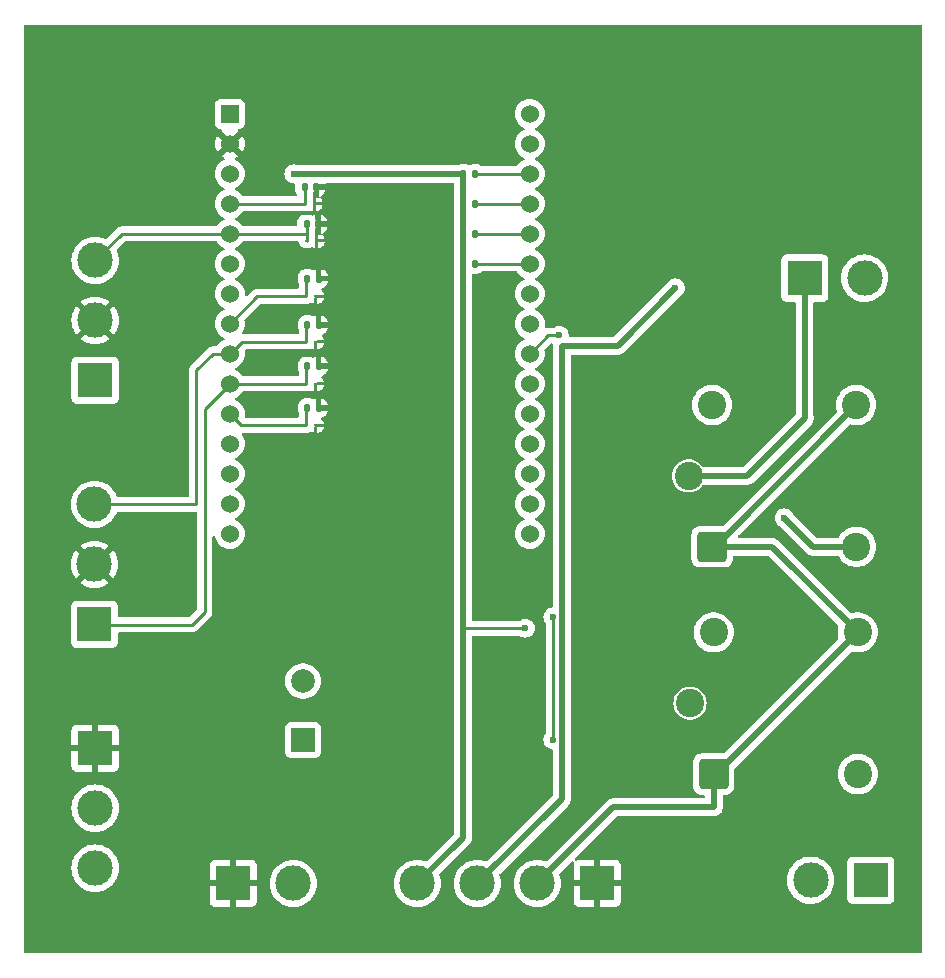
<source format=gbr>
%TF.GenerationSoftware,KiCad,Pcbnew,8.0.8*%
%TF.CreationDate,2025-03-20T21:36:52-04:00*%
%TF.ProjectId,PCB PUERTA,50434220-5055-4455-9254-412e6b696361,rev?*%
%TF.SameCoordinates,Original*%
%TF.FileFunction,Copper,L2,Bot*%
%TF.FilePolarity,Positive*%
%FSLAX46Y46*%
G04 Gerber Fmt 4.6, Leading zero omitted, Abs format (unit mm)*
G04 Created by KiCad (PCBNEW 8.0.8) date 2025-03-20 21:36:52*
%MOMM*%
%LPD*%
G01*
G04 APERTURE LIST*
G04 Aperture macros list*
%AMRoundRect*
0 Rectangle with rounded corners*
0 $1 Rounding radius*
0 $2 $3 $4 $5 $6 $7 $8 $9 X,Y pos of 4 corners*
0 Add a 4 corners polygon primitive as box body*
4,1,4,$2,$3,$4,$5,$6,$7,$8,$9,$2,$3,0*
0 Add four circle primitives for the rounded corners*
1,1,$1+$1,$2,$3*
1,1,$1+$1,$4,$5*
1,1,$1+$1,$6,$7*
1,1,$1+$1,$8,$9*
0 Add four rect primitives between the rounded corners*
20,1,$1+$1,$2,$3,$4,$5,0*
20,1,$1+$1,$4,$5,$6,$7,0*
20,1,$1+$1,$6,$7,$8,$9,0*
20,1,$1+$1,$8,$9,$2,$3,0*%
G04 Aperture macros list end*
%TA.AperFunction,ComponentPad*%
%ADD10R,3.000000X3.000000*%
%TD*%
%TA.AperFunction,ComponentPad*%
%ADD11C,3.000000*%
%TD*%
%TA.AperFunction,ComponentPad*%
%ADD12C,2.400000*%
%TD*%
%TA.AperFunction,ComponentPad*%
%ADD13RoundRect,0.250000X1.000000X-1.000000X1.000000X1.000000X-1.000000X1.000000X-1.000000X-1.000000X0*%
%TD*%
%TA.AperFunction,ComponentPad*%
%ADD14R,2.000000X2.000000*%
%TD*%
%TA.AperFunction,ComponentPad*%
%ADD15C,2.000000*%
%TD*%
%TA.AperFunction,ComponentPad*%
%ADD16R,1.530000X1.530000*%
%TD*%
%TA.AperFunction,ComponentPad*%
%ADD17C,1.530000*%
%TD*%
%TA.AperFunction,SMDPad,CuDef*%
%ADD18RoundRect,0.062500X-0.117500X-0.062500X0.117500X-0.062500X0.117500X0.062500X-0.117500X0.062500X0*%
%TD*%
%TA.AperFunction,SMDPad,CuDef*%
%ADD19RoundRect,0.140000X-0.140000X-0.170000X0.140000X-0.170000X0.140000X0.170000X-0.140000X0.170000X0*%
%TD*%
%TA.AperFunction,SMDPad,CuDef*%
%ADD20RoundRect,0.135000X-0.135000X-0.185000X0.135000X-0.185000X0.135000X0.185000X-0.135000X0.185000X0*%
%TD*%
%TA.AperFunction,ViaPad*%
%ADD21C,0.600000*%
%TD*%
%TA.AperFunction,Conductor*%
%ADD22C,0.508000*%
%TD*%
%TA.AperFunction,Conductor*%
%ADD23C,0.254000*%
%TD*%
G04 APERTURE END LIST*
D10*
%TO.P,J7,1,Pin_1*%
%TO.N,+5V*%
X157175200Y-131318000D03*
D11*
%TO.P,J7,2,Pin_2*%
%TO.N,Net-(J7-Pin_2)*%
X152095200Y-131318000D03*
%TD*%
D10*
%TO.P,J4,1,Pin_1*%
%TO.N,GND*%
X103221800Y-131593600D03*
D11*
%TO.P,J4,2,Pin_2*%
%TO.N,PP*%
X108301800Y-131593600D03*
%TD*%
D12*
%TO.P,K1,11*%
%TO.N,MO1*%
X141761600Y-97087500D03*
%TO.P,K1,12*%
%TO.N,+12V*%
X155961600Y-91087500D03*
%TO.P,K1,14*%
%TO.N,RefCorriente*%
X155961600Y-103087500D03*
D13*
%TO.P,K1,A1*%
%TO.N,+12V*%
X143761600Y-103087500D03*
D12*
%TO.P,K1,A2*%
%TO.N,Net-(U2-COLLECTOR)*%
X143761600Y-91087500D03*
%TD*%
D14*
%TO.P,BZ1,1,+*%
%TO.N,+5V*%
X109118400Y-119452400D03*
D15*
%TO.P,BZ1,2,-*%
%TO.N,Net-(BZ1--)*%
X109118400Y-114452400D03*
%TD*%
D16*
%TO.P,U1,1,3V3*%
%TO.N,unconnected-(U1-3V3-Pad1)*%
X102920800Y-66432400D03*
D17*
%TO.P,U1,2,GND*%
%TO.N,GND*%
X102920800Y-68972400D03*
%TO.P,U1,3,D15*%
%TO.N,unconnected-(U1-D15-Pad3)*%
X102920800Y-71512400D03*
%TO.P,U1,4,D2*%
%TO.N,LSC*%
X102920800Y-74052400D03*
%TO.P,U1,5,D4*%
%TO.N,LSA*%
X102920800Y-76592400D03*
%TO.P,U1,6,RX2*%
%TO.N,unconnected-(U1-RX2-Pad6)*%
X102920800Y-79132400D03*
%TO.P,U1,7,TX2*%
%TO.N,unconnected-(U1-TX2-Pad7)*%
X102920800Y-81672400D03*
%TO.P,U1,8,D5*%
%TO.N,FTC*%
X102920800Y-84212400D03*
%TO.P,U1,9,D18*%
%TO.N,KEYA*%
X102920800Y-86752400D03*
%TO.P,U1,10,D19*%
%TO.N,KEYC*%
X102920800Y-89292400D03*
%TO.P,U1,11,D21*%
%TO.N,PP*%
X102920800Y-91832400D03*
%TO.P,U1,12,RX0*%
%TO.N,unconnected-(U1-RX0-Pad12)*%
X102920800Y-94372400D03*
%TO.P,U1,13,TX0*%
%TO.N,unconnected-(U1-TX0-Pad13)*%
X102920800Y-96912400D03*
%TO.P,U1,14,D22*%
%TO.N,unconnected-(U1-D22-Pad14)*%
X102920800Y-99452400D03*
%TO.P,U1,15,D23*%
%TO.N,unconnected-(U1-D23-Pad15)*%
X102920800Y-101992400D03*
%TO.P,U1,16,EN*%
%TO.N,unconnected-(U1-EN-Pad16)*%
X128320800Y-101992400D03*
%TO.P,U1,17,VP*%
%TO.N,unconnected-(U1-VP-Pad17)*%
X128320800Y-99452400D03*
%TO.P,U1,18,VN*%
%TO.N,unconnected-(U1-VN-Pad18)*%
X128320800Y-96912400D03*
%TO.P,U1,19,D34*%
%TO.N,BUZZER*%
X128320800Y-94372400D03*
%TO.P,U1,20,D35*%
%TO.N,unconnected-(U1-D35-Pad20)*%
X128320800Y-91832400D03*
%TO.P,U1,21,D32*%
%TO.N,LAMP*%
X128320800Y-89292400D03*
%TO.P,U1,22,D33*%
%TO.N,Net-(U1-D33)*%
X128320800Y-86752400D03*
%TO.P,U1,23,D25*%
%TO.N,MC*%
X128320800Y-84212400D03*
%TO.P,U1,24,D26*%
%TO.N,MA*%
X128320800Y-81672400D03*
%TO.P,U1,25,D27*%
%TO.N,Net-(U1-D27)*%
X128320800Y-79132400D03*
%TO.P,U1,26,D14*%
%TO.N,Net-(U1-D14)*%
X128320800Y-76592400D03*
%TO.P,U1,27,D12*%
%TO.N,Net-(U1-D12)*%
X128320800Y-74052400D03*
%TO.P,U1,28,D13*%
%TO.N,Net-(U1-D13)*%
X128320800Y-71512400D03*
%TO.P,U1,29,GND*%
%TO.N,unconnected-(U1-GND-Pad29)*%
X128320800Y-68972400D03*
%TO.P,U1,30,VIN*%
%TO.N,+5V*%
X128320800Y-66432400D03*
%TD*%
D10*
%TO.P,J5,1,Pin_1*%
%TO.N,GND*%
X134032000Y-131593600D03*
D11*
%TO.P,J5,2,Pin_2*%
%TO.N,+12V*%
X128952000Y-131593600D03*
%TO.P,J5,3,Pin_3*%
%TO.N,+5V*%
X123872000Y-131593600D03*
%TO.P,J5,4,Pin_4*%
%TO.N,+3.3V*%
X118792000Y-131593600D03*
%TD*%
D10*
%TO.P,J6,1,Pin_1*%
%TO.N,MO1*%
X151587200Y-80340200D03*
D11*
%TO.P,J6,2,Pin_2*%
%TO.N,MO2*%
X156667200Y-80340200D03*
%TD*%
D12*
%TO.P,K2,11*%
%TO.N,MO2*%
X141891000Y-116337600D03*
%TO.P,K2,12*%
%TO.N,+12V*%
X156091000Y-110337600D03*
%TO.P,K2,14*%
%TO.N,RefCorriente*%
X156091000Y-122337600D03*
D13*
%TO.P,K2,A1*%
%TO.N,+12V*%
X143891000Y-122337600D03*
D12*
%TO.P,K2,A2*%
%TO.N,Net-(U6-COLLECTOR)*%
X143891000Y-110337600D03*
%TD*%
D10*
%TO.P,J1,1,Pin_1*%
%TO.N,LSC*%
X91520000Y-89001600D03*
D11*
%TO.P,J1,2,Pin_2*%
%TO.N,GND*%
X91520000Y-83921600D03*
%TO.P,J1,3,Pin_3*%
%TO.N,LSA*%
X91520000Y-78841600D03*
%TD*%
D10*
%TO.P,J2,1,Pin_1*%
%TO.N,KEYC*%
X91465400Y-109648000D03*
D11*
%TO.P,J2,2,Pin_2*%
%TO.N,GND*%
X91465400Y-104568000D03*
%TO.P,J2,3,Pin_3*%
%TO.N,KEYA*%
X91465400Y-99488000D03*
%TD*%
D10*
%TO.P,J3,1,Pin_1*%
%TO.N,GND*%
X91520000Y-120138200D03*
D11*
%TO.P,J3,2,Pin_2*%
%TO.N,FTC*%
X91520000Y-125218200D03*
%TO.P,J3,3,Pin_3*%
%TO.N,+5V*%
X91520000Y-130298200D03*
%TD*%
D18*
%TO.P,D1,1,A1*%
%TO.N,GND*%
X110275000Y-77176600D03*
%TO.P,D1,2,A2*%
%TO.N,LSA*%
X109435000Y-77176600D03*
%TD*%
%TO.P,D2,1,A1*%
%TO.N,GND*%
X110216600Y-85736400D03*
%TO.P,D2,2,A2*%
%TO.N,KEYA*%
X109376600Y-85736400D03*
%TD*%
D19*
%TO.P,C2,1*%
%TO.N,KEYA*%
X109476600Y-84314000D03*
%TO.P,C2,2*%
%TO.N,GND*%
X110436600Y-84314000D03*
%TD*%
D20*
%TO.P,R12,1*%
%TO.N,+3.3V*%
X122680000Y-74052400D03*
%TO.P,R12,2*%
%TO.N,Net-(U1-D12)*%
X123700000Y-74052400D03*
%TD*%
D19*
%TO.P,C4,1*%
%TO.N,FTC*%
X109476600Y-80377000D03*
%TO.P,C4,2*%
%TO.N,GND*%
X110436600Y-80377000D03*
%TD*%
D20*
%TO.P,R13,1*%
%TO.N,+3.3V*%
X122680000Y-76592400D03*
%TO.P,R13,2*%
%TO.N,Net-(U1-D14)*%
X123700000Y-76592400D03*
%TD*%
D19*
%TO.P,C5,1*%
%TO.N,KEYC*%
X109476600Y-87819200D03*
%TO.P,C5,2*%
%TO.N,GND*%
X110436600Y-87819200D03*
%TD*%
%TO.P,C3,1*%
%TO.N,PP*%
X109476600Y-91324400D03*
%TO.P,C3,2*%
%TO.N,GND*%
X110436600Y-91324400D03*
%TD*%
D18*
%TO.P,D4,1,A1*%
%TO.N,GND*%
X110216600Y-81875600D03*
%TO.P,D4,2,A2*%
%TO.N,FTC*%
X109376600Y-81875600D03*
%TD*%
%TO.P,D3,1,A1*%
%TO.N,GND*%
X110216600Y-92797600D03*
%TO.P,D3,2,A2*%
%TO.N,PP*%
X109376600Y-92797600D03*
%TD*%
%TO.P,D6,1,A1*%
%TO.N,GND*%
X110094600Y-74052400D03*
%TO.P,D6,2,A2*%
%TO.N,LSC*%
X109254600Y-74052400D03*
%TD*%
D20*
%TO.P,R10,1*%
%TO.N,+3.3V*%
X122680000Y-71512400D03*
%TO.P,R10,2*%
%TO.N,Net-(U1-D13)*%
X123700000Y-71512400D03*
%TD*%
%TO.P,R14,1*%
%TO.N,+3.3V*%
X122680000Y-79132400D03*
%TO.P,R14,2*%
%TO.N,Net-(U1-D27)*%
X123700000Y-79132400D03*
%TD*%
D19*
%TO.P,C1,1*%
%TO.N,LSA*%
X109425800Y-75779600D03*
%TO.P,C1,2*%
%TO.N,GND*%
X110385800Y-75779600D03*
%TD*%
D18*
%TO.P,D5,1,A1*%
%TO.N,GND*%
X110216600Y-89292400D03*
%TO.P,D5,2,A2*%
%TO.N,KEYC*%
X109376600Y-89292400D03*
%TD*%
D19*
%TO.P,C6,1*%
%TO.N,LSC*%
X109248000Y-72655400D03*
%TO.P,C6,2*%
%TO.N,GND*%
X110208000Y-72655400D03*
%TD*%
D21*
%TO.N,+5V*%
X140639800Y-81178400D03*
%TO.N,GND*%
X132232400Y-88341200D03*
X120269000Y-127736600D03*
X132638800Y-84607400D03*
%TO.N,+3.3V*%
X108345000Y-71512400D03*
X127939800Y-109982000D03*
%TO.N,MC*%
X130284600Y-119413400D03*
X130284600Y-109016800D03*
%TO.N,RefCorriente*%
X149860000Y-100634800D03*
%TO.N,Net-(U1-D33)*%
X130810000Y-85191600D03*
%TD*%
D22*
%TO.N,+5V*%
X135763000Y-86055200D02*
X140639800Y-81178400D01*
X123872000Y-131593600D02*
X131038600Y-124427000D01*
X131038600Y-124427000D02*
X131038600Y-86055200D01*
X131038600Y-86055200D02*
X135763000Y-86055200D01*
%TO.N,LSC*%
X102895400Y-74077800D02*
X102920800Y-74052400D01*
D23*
X102920800Y-74052400D02*
X109254600Y-74052400D01*
X109248000Y-72655400D02*
X109248000Y-74045800D01*
X109248000Y-74045800D02*
X109254600Y-74052400D01*
%TO.N,LSA*%
X109425800Y-75779600D02*
X109425800Y-76581000D01*
X93769200Y-76592400D02*
X102920800Y-76592400D01*
X109414400Y-76592400D02*
X109425800Y-76581000D01*
X102920800Y-76592400D02*
X109414400Y-76592400D01*
X91520000Y-78841600D02*
X93769200Y-76592400D01*
X109425800Y-76581000D02*
X109425800Y-77167400D01*
X109425800Y-77167400D02*
X109435000Y-77176600D01*
%TO.N,KEYA*%
X103936800Y-85736400D02*
X102920800Y-86752400D01*
X109376600Y-85736400D02*
X109376600Y-84414000D01*
X91465400Y-99488000D02*
X100097600Y-99488000D01*
X100101400Y-99491800D02*
X100101400Y-88138000D01*
X101487000Y-86752400D02*
X102920800Y-86752400D01*
X100097600Y-99488000D02*
X100101400Y-99491800D01*
X100101400Y-88138000D02*
X101487000Y-86752400D01*
X109376600Y-84414000D02*
X109476600Y-84314000D01*
X109376600Y-85736400D02*
X103936800Y-85736400D01*
%TO.N,KEYC*%
X100812600Y-108610400D02*
X100812600Y-91400600D01*
X100812600Y-91400600D02*
X102920800Y-89292400D01*
X109376600Y-89292400D02*
X109376600Y-87919200D01*
X109376600Y-87919200D02*
X109476600Y-87819200D01*
X91494600Y-109677200D02*
X99745800Y-109677200D01*
X99745800Y-109677200D02*
X100812600Y-108610400D01*
X91465400Y-109648000D02*
X91494600Y-109677200D01*
X109376600Y-89292400D02*
X102920800Y-89292400D01*
%TO.N,FTC*%
X109376600Y-80477000D02*
X109476600Y-80377000D01*
X109376600Y-81875600D02*
X109376600Y-80477000D01*
X105257600Y-81875600D02*
X102920800Y-84212400D01*
X109376600Y-81875600D02*
X105257600Y-81875600D01*
%TO.N,PP*%
X109376600Y-92797600D02*
X109376600Y-91424400D01*
X103886000Y-92797600D02*
X102920800Y-91832400D01*
X109376600Y-91424400D02*
X109476600Y-91324400D01*
X109376600Y-92797600D02*
X103886000Y-92797600D01*
D22*
%TO.N,MO1*%
X141761600Y-97087500D02*
X146701700Y-97087500D01*
X151587200Y-92151200D02*
X151587200Y-80340200D01*
X146701700Y-97087500D02*
X151612600Y-92176600D01*
X151612600Y-92176600D02*
X151587200Y-92151200D01*
%TO.N,+12V*%
X156091000Y-110337600D02*
X144091000Y-122337600D01*
X143961600Y-103087500D02*
X143761600Y-103087500D01*
X148840900Y-103087500D02*
X156091000Y-110337600D01*
X155961600Y-91087500D02*
X143961600Y-103087500D01*
X143891000Y-122337600D02*
X143891000Y-125145800D01*
X135399800Y-125145800D02*
X128952000Y-131593600D01*
X143891000Y-125145800D02*
X135399800Y-125145800D01*
X144091000Y-122337600D02*
X143891000Y-122337600D01*
X143761600Y-103087500D02*
X148840900Y-103087500D01*
%TO.N,+3.3V*%
X122680000Y-109855000D02*
X122680000Y-79132400D01*
D23*
X122807000Y-109982000D02*
X122680000Y-109855000D01*
D22*
X122680000Y-79132400D02*
X122680000Y-71512400D01*
X122680000Y-127705600D02*
X122680000Y-109855000D01*
X122680000Y-71512400D02*
X108345000Y-71512400D01*
X118792000Y-131593600D02*
X122680000Y-127705600D01*
X108331000Y-71526400D02*
X108345000Y-71512400D01*
D23*
X127939800Y-109982000D02*
X122807000Y-109982000D01*
%TO.N,Net-(U1-D13)*%
X123700000Y-71512400D02*
X128320800Y-71512400D01*
%TO.N,Net-(U1-D12)*%
X123700000Y-74052400D02*
X128320800Y-74052400D01*
%TO.N,Net-(U1-D14)*%
X123700000Y-76592400D02*
X128320800Y-76592400D01*
%TO.N,Net-(U1-D27)*%
X123700000Y-79132400D02*
X128320800Y-79132400D01*
%TO.N,MC*%
X130284600Y-109016800D02*
X130284600Y-119413400D01*
D22*
%TO.N,RefCorriente*%
X155961600Y-103087500D02*
X152312700Y-103087500D01*
X152312700Y-103087500D02*
X149860000Y-100634800D01*
D23*
%TO.N,Net-(U1-D33)*%
X129881600Y-85191600D02*
X130810000Y-85191600D01*
X128320800Y-86752400D02*
X129881600Y-85191600D01*
%TD*%
%TA.AperFunction,Conductor*%
%TO.N,GND*%
G36*
X161442539Y-58898385D02*
G01*
X161488294Y-58951189D01*
X161499500Y-59002700D01*
X161499500Y-137375500D01*
X161479815Y-137442539D01*
X161427011Y-137488294D01*
X161375500Y-137499500D01*
X85624500Y-137499500D01*
X85557461Y-137479815D01*
X85511706Y-137427011D01*
X85500500Y-137375500D01*
X85500500Y-130298198D01*
X89514390Y-130298198D01*
X89514390Y-130298201D01*
X89534804Y-130583633D01*
X89595628Y-130863237D01*
X89595630Y-130863243D01*
X89595631Y-130863246D01*
X89695633Y-131131361D01*
X89695635Y-131131366D01*
X89832770Y-131382509D01*
X89832775Y-131382517D01*
X90004254Y-131611587D01*
X90004270Y-131611605D01*
X90206594Y-131813929D01*
X90206612Y-131813945D01*
X90435682Y-131985424D01*
X90435690Y-131985429D01*
X90686833Y-132122564D01*
X90686832Y-132122564D01*
X90686836Y-132122565D01*
X90686839Y-132122567D01*
X90954954Y-132222569D01*
X90954960Y-132222570D01*
X90954962Y-132222571D01*
X91234566Y-132283395D01*
X91234568Y-132283395D01*
X91234572Y-132283396D01*
X91488220Y-132301537D01*
X91519999Y-132303810D01*
X91520000Y-132303810D01*
X91520001Y-132303810D01*
X91548595Y-132301764D01*
X91805428Y-132283396D01*
X92085046Y-132222569D01*
X92353161Y-132122567D01*
X92604315Y-131985426D01*
X92833395Y-131813939D01*
X93035739Y-131611595D01*
X93207226Y-131382515D01*
X93344367Y-131131361D01*
X93444369Y-130863246D01*
X93444371Y-130863237D01*
X93505195Y-130583633D01*
X93505195Y-130583632D01*
X93505196Y-130583628D01*
X93525610Y-130298200D01*
X93524323Y-130280212D01*
X93520996Y-130233682D01*
X93507555Y-130045755D01*
X101221800Y-130045755D01*
X101221800Y-131343600D01*
X102502736Y-131343600D01*
X102491007Y-131371916D01*
X102461800Y-131518747D01*
X102461800Y-131668453D01*
X102491007Y-131815284D01*
X102502736Y-131843600D01*
X101221800Y-131843600D01*
X101221800Y-133141444D01*
X101228201Y-133200972D01*
X101228203Y-133200979D01*
X101278445Y-133335686D01*
X101278449Y-133335693D01*
X101364609Y-133450787D01*
X101364612Y-133450790D01*
X101479706Y-133536950D01*
X101479713Y-133536954D01*
X101614420Y-133587196D01*
X101614427Y-133587198D01*
X101673955Y-133593599D01*
X101673972Y-133593600D01*
X102971800Y-133593600D01*
X102971800Y-132312664D01*
X103000116Y-132324393D01*
X103146947Y-132353600D01*
X103296653Y-132353600D01*
X103443484Y-132324393D01*
X103471800Y-132312664D01*
X103471800Y-133593600D01*
X104769628Y-133593600D01*
X104769644Y-133593599D01*
X104829172Y-133587198D01*
X104829179Y-133587196D01*
X104963886Y-133536954D01*
X104963893Y-133536950D01*
X105078987Y-133450790D01*
X105078990Y-133450787D01*
X105165150Y-133335693D01*
X105165154Y-133335686D01*
X105215396Y-133200979D01*
X105215398Y-133200972D01*
X105221799Y-133141444D01*
X105221800Y-133141427D01*
X105221800Y-131843600D01*
X103940864Y-131843600D01*
X103952593Y-131815284D01*
X103981800Y-131668453D01*
X103981800Y-131593598D01*
X106296190Y-131593598D01*
X106296190Y-131593601D01*
X106316604Y-131879033D01*
X106377428Y-132158637D01*
X106377430Y-132158643D01*
X106377431Y-132158646D01*
X106431575Y-132303810D01*
X106477435Y-132426766D01*
X106614570Y-132677909D01*
X106614575Y-132677917D01*
X106786054Y-132906987D01*
X106786070Y-132907005D01*
X106988394Y-133109329D01*
X106988412Y-133109345D01*
X107217482Y-133280824D01*
X107217490Y-133280829D01*
X107468633Y-133417964D01*
X107468632Y-133417964D01*
X107468636Y-133417965D01*
X107468639Y-133417967D01*
X107736754Y-133517969D01*
X107736760Y-133517970D01*
X107736762Y-133517971D01*
X108016366Y-133578795D01*
X108016368Y-133578795D01*
X108016372Y-133578796D01*
X108270020Y-133596937D01*
X108301799Y-133599210D01*
X108301800Y-133599210D01*
X108301801Y-133599210D01*
X108330395Y-133597164D01*
X108587228Y-133578796D01*
X108866846Y-133517969D01*
X109134961Y-133417967D01*
X109386115Y-133280826D01*
X109615195Y-133109339D01*
X109817539Y-132906995D01*
X109989026Y-132677915D01*
X110126167Y-132426761D01*
X110226169Y-132158646D01*
X110227797Y-132151161D01*
X110286995Y-131879033D01*
X110286995Y-131879032D01*
X110286996Y-131879028D01*
X110307410Y-131593600D01*
X110286996Y-131308172D01*
X110248534Y-131131366D01*
X110226171Y-131028562D01*
X110226170Y-131028560D01*
X110226169Y-131028554D01*
X110126167Y-130760439D01*
X110122084Y-130752962D01*
X109989029Y-130509290D01*
X109989024Y-130509282D01*
X109817545Y-130280212D01*
X109817529Y-130280194D01*
X109615205Y-130077870D01*
X109615187Y-130077854D01*
X109386117Y-129906375D01*
X109386109Y-129906370D01*
X109134966Y-129769235D01*
X109134967Y-129769235D01*
X109018435Y-129725771D01*
X108866846Y-129669231D01*
X108866843Y-129669230D01*
X108866837Y-129669228D01*
X108587233Y-129608404D01*
X108301801Y-129587990D01*
X108301799Y-129587990D01*
X108016366Y-129608404D01*
X107736762Y-129669228D01*
X107468633Y-129769235D01*
X107217490Y-129906370D01*
X107217482Y-129906375D01*
X106988412Y-130077854D01*
X106988394Y-130077870D01*
X106786070Y-130280194D01*
X106786054Y-130280212D01*
X106614575Y-130509282D01*
X106614570Y-130509290D01*
X106477435Y-130760433D01*
X106377428Y-131028562D01*
X106316604Y-131308166D01*
X106296190Y-131593598D01*
X103981800Y-131593598D01*
X103981800Y-131518747D01*
X103952593Y-131371916D01*
X103940864Y-131343600D01*
X105221800Y-131343600D01*
X105221800Y-130045772D01*
X105221799Y-130045755D01*
X105215398Y-129986227D01*
X105215396Y-129986220D01*
X105165154Y-129851513D01*
X105165150Y-129851506D01*
X105078990Y-129736412D01*
X105078987Y-129736409D01*
X104963893Y-129650249D01*
X104963886Y-129650245D01*
X104829179Y-129600003D01*
X104829172Y-129600001D01*
X104769644Y-129593600D01*
X103471800Y-129593600D01*
X103471800Y-130874535D01*
X103443484Y-130862807D01*
X103296653Y-130833600D01*
X103146947Y-130833600D01*
X103000116Y-130862807D01*
X102971800Y-130874535D01*
X102971800Y-129593600D01*
X101673955Y-129593600D01*
X101614427Y-129600001D01*
X101614420Y-129600003D01*
X101479713Y-129650245D01*
X101479706Y-129650249D01*
X101364612Y-129736409D01*
X101364609Y-129736412D01*
X101278449Y-129851506D01*
X101278445Y-129851513D01*
X101228203Y-129986220D01*
X101228201Y-129986227D01*
X101221800Y-130045755D01*
X93507555Y-130045755D01*
X93505196Y-130012772D01*
X93503419Y-130004605D01*
X93444371Y-129733162D01*
X93444370Y-129733160D01*
X93444369Y-129733154D01*
X93344367Y-129465039D01*
X93341863Y-129460454D01*
X93207229Y-129213890D01*
X93207224Y-129213882D01*
X93035745Y-128984812D01*
X93035729Y-128984794D01*
X92833405Y-128782470D01*
X92833387Y-128782454D01*
X92604317Y-128610975D01*
X92604309Y-128610970D01*
X92353166Y-128473835D01*
X92353167Y-128473835D01*
X92245915Y-128433832D01*
X92085046Y-128373831D01*
X92085043Y-128373830D01*
X92085037Y-128373828D01*
X91805433Y-128313004D01*
X91520001Y-128292590D01*
X91519999Y-128292590D01*
X91234566Y-128313004D01*
X90954962Y-128373828D01*
X90686833Y-128473835D01*
X90435690Y-128610970D01*
X90435682Y-128610975D01*
X90206612Y-128782454D01*
X90206594Y-128782470D01*
X90004270Y-128984794D01*
X90004254Y-128984812D01*
X89832775Y-129213882D01*
X89832770Y-129213890D01*
X89695635Y-129465033D01*
X89595628Y-129733162D01*
X89534804Y-130012766D01*
X89514390Y-130298198D01*
X85500500Y-130298198D01*
X85500500Y-125218198D01*
X89514390Y-125218198D01*
X89514390Y-125218201D01*
X89534804Y-125503633D01*
X89595628Y-125783237D01*
X89595630Y-125783243D01*
X89595631Y-125783246D01*
X89695633Y-126051361D01*
X89695635Y-126051366D01*
X89832770Y-126302509D01*
X89832775Y-126302517D01*
X90004254Y-126531587D01*
X90004270Y-126531605D01*
X90206594Y-126733929D01*
X90206612Y-126733945D01*
X90435682Y-126905424D01*
X90435690Y-126905429D01*
X90686833Y-127042564D01*
X90686832Y-127042564D01*
X90686836Y-127042565D01*
X90686839Y-127042567D01*
X90954954Y-127142569D01*
X90954960Y-127142570D01*
X90954962Y-127142571D01*
X91234566Y-127203395D01*
X91234568Y-127203395D01*
X91234572Y-127203396D01*
X91488220Y-127221537D01*
X91519999Y-127223810D01*
X91520000Y-127223810D01*
X91520001Y-127223810D01*
X91548595Y-127221764D01*
X91805428Y-127203396D01*
X92085046Y-127142569D01*
X92353161Y-127042567D01*
X92604315Y-126905426D01*
X92833395Y-126733939D01*
X93035739Y-126531595D01*
X93207226Y-126302515D01*
X93344367Y-126051361D01*
X93444369Y-125783246D01*
X93478409Y-125626766D01*
X93505195Y-125503633D01*
X93505195Y-125503632D01*
X93505196Y-125503628D01*
X93525610Y-125218200D01*
X93505196Y-124932772D01*
X93499800Y-124907968D01*
X93444371Y-124653162D01*
X93444370Y-124653160D01*
X93444369Y-124653154D01*
X93344367Y-124385039D01*
X93323897Y-124347552D01*
X93207229Y-124133890D01*
X93207224Y-124133882D01*
X93035745Y-123904812D01*
X93035729Y-123904794D01*
X92833405Y-123702470D01*
X92833387Y-123702454D01*
X92604317Y-123530975D01*
X92604309Y-123530970D01*
X92353166Y-123393835D01*
X92353167Y-123393835D01*
X92245915Y-123353832D01*
X92085046Y-123293831D01*
X92085043Y-123293830D01*
X92085037Y-123293828D01*
X91805433Y-123233004D01*
X91520001Y-123212590D01*
X91519999Y-123212590D01*
X91234566Y-123233004D01*
X90954962Y-123293828D01*
X90686833Y-123393835D01*
X90435690Y-123530970D01*
X90435682Y-123530975D01*
X90206612Y-123702454D01*
X90206594Y-123702470D01*
X90004270Y-123904794D01*
X90004254Y-123904812D01*
X89832775Y-124133882D01*
X89832770Y-124133890D01*
X89695635Y-124385033D01*
X89595628Y-124653162D01*
X89534804Y-124932766D01*
X89514390Y-125218198D01*
X85500500Y-125218198D01*
X85500500Y-118590355D01*
X89520000Y-118590355D01*
X89520000Y-119888200D01*
X90800936Y-119888200D01*
X90789207Y-119916516D01*
X90760000Y-120063347D01*
X90760000Y-120213053D01*
X90789207Y-120359884D01*
X90800936Y-120388200D01*
X89520000Y-120388200D01*
X89520000Y-121686044D01*
X89526401Y-121745572D01*
X89526403Y-121745579D01*
X89576645Y-121880286D01*
X89576649Y-121880293D01*
X89662809Y-121995387D01*
X89662812Y-121995390D01*
X89777906Y-122081550D01*
X89777913Y-122081554D01*
X89912620Y-122131796D01*
X89912627Y-122131798D01*
X89972155Y-122138199D01*
X89972172Y-122138200D01*
X91270000Y-122138200D01*
X91270000Y-120857264D01*
X91298316Y-120868993D01*
X91445147Y-120898200D01*
X91594853Y-120898200D01*
X91741684Y-120868993D01*
X91770000Y-120857264D01*
X91770000Y-122138200D01*
X93067828Y-122138200D01*
X93067844Y-122138199D01*
X93127372Y-122131798D01*
X93127379Y-122131796D01*
X93262086Y-122081554D01*
X93262093Y-122081550D01*
X93377187Y-121995390D01*
X93377190Y-121995387D01*
X93463350Y-121880293D01*
X93463354Y-121880286D01*
X93513596Y-121745579D01*
X93513598Y-121745572D01*
X93519999Y-121686044D01*
X93520000Y-121686027D01*
X93520000Y-120388200D01*
X92239064Y-120388200D01*
X92250793Y-120359884D01*
X92280000Y-120213053D01*
X92280000Y-120063347D01*
X92250793Y-119916516D01*
X92239064Y-119888200D01*
X93520000Y-119888200D01*
X93520000Y-118590372D01*
X93519999Y-118590355D01*
X93513598Y-118530827D01*
X93513596Y-118530820D01*
X93466495Y-118404535D01*
X107617900Y-118404535D01*
X107617900Y-120500270D01*
X107617901Y-120500276D01*
X107624308Y-120559883D01*
X107674602Y-120694728D01*
X107674606Y-120694735D01*
X107760852Y-120809944D01*
X107760855Y-120809947D01*
X107876064Y-120896193D01*
X107876071Y-120896197D01*
X108010917Y-120946491D01*
X108010916Y-120946491D01*
X108017844Y-120947235D01*
X108070527Y-120952900D01*
X110166272Y-120952899D01*
X110225883Y-120946491D01*
X110360731Y-120896196D01*
X110475946Y-120809946D01*
X110562196Y-120694731D01*
X110612491Y-120559883D01*
X110618900Y-120500273D01*
X110618899Y-118404528D01*
X110612491Y-118344917D01*
X110562196Y-118210069D01*
X110562195Y-118210068D01*
X110562193Y-118210064D01*
X110475947Y-118094855D01*
X110475944Y-118094852D01*
X110360735Y-118008606D01*
X110360728Y-118008602D01*
X110225882Y-117958308D01*
X110225883Y-117958308D01*
X110166283Y-117951901D01*
X110166281Y-117951900D01*
X110166273Y-117951900D01*
X110166264Y-117951900D01*
X108070529Y-117951900D01*
X108070523Y-117951901D01*
X108010916Y-117958308D01*
X107876071Y-118008602D01*
X107876064Y-118008606D01*
X107760855Y-118094852D01*
X107760852Y-118094855D01*
X107674606Y-118210064D01*
X107674602Y-118210071D01*
X107624308Y-118344917D01*
X107617901Y-118404516D01*
X107617901Y-118404523D01*
X107617900Y-118404535D01*
X93466495Y-118404535D01*
X93463354Y-118396113D01*
X93463350Y-118396106D01*
X93377190Y-118281012D01*
X93377187Y-118281009D01*
X93262093Y-118194849D01*
X93262086Y-118194845D01*
X93127379Y-118144603D01*
X93127372Y-118144601D01*
X93067844Y-118138200D01*
X91770000Y-118138200D01*
X91770000Y-119419135D01*
X91741684Y-119407407D01*
X91594853Y-119378200D01*
X91445147Y-119378200D01*
X91298316Y-119407407D01*
X91270000Y-119419135D01*
X91270000Y-118138200D01*
X89972155Y-118138200D01*
X89912627Y-118144601D01*
X89912620Y-118144603D01*
X89777913Y-118194845D01*
X89777906Y-118194849D01*
X89662812Y-118281009D01*
X89662809Y-118281012D01*
X89576649Y-118396106D01*
X89576645Y-118396113D01*
X89526403Y-118530820D01*
X89526401Y-118530827D01*
X89520000Y-118590355D01*
X85500500Y-118590355D01*
X85500500Y-114452394D01*
X107612757Y-114452394D01*
X107612757Y-114452405D01*
X107633290Y-114700212D01*
X107633292Y-114700224D01*
X107694336Y-114941281D01*
X107794226Y-115169006D01*
X107930233Y-115377182D01*
X107930236Y-115377185D01*
X108098656Y-115560138D01*
X108294891Y-115712874D01*
X108513590Y-115831228D01*
X108748786Y-115911971D01*
X108994065Y-115952900D01*
X109242735Y-115952900D01*
X109488014Y-115911971D01*
X109723210Y-115831228D01*
X109941909Y-115712874D01*
X110138144Y-115560138D01*
X110306564Y-115377185D01*
X110442573Y-115169007D01*
X110542463Y-114941281D01*
X110603508Y-114700221D01*
X110624043Y-114452400D01*
X110603508Y-114204579D01*
X110542463Y-113963519D01*
X110442573Y-113735793D01*
X110306566Y-113527617D01*
X110284957Y-113504144D01*
X110138144Y-113344662D01*
X109941909Y-113191926D01*
X109941907Y-113191925D01*
X109941906Y-113191924D01*
X109723211Y-113073572D01*
X109723202Y-113073569D01*
X109488016Y-112992829D01*
X109242735Y-112951900D01*
X108994065Y-112951900D01*
X108748783Y-112992829D01*
X108513597Y-113073569D01*
X108513588Y-113073572D01*
X108294893Y-113191924D01*
X108098657Y-113344661D01*
X107930233Y-113527617D01*
X107794226Y-113735793D01*
X107694336Y-113963518D01*
X107633292Y-114204575D01*
X107633290Y-114204587D01*
X107612757Y-114452394D01*
X85500500Y-114452394D01*
X85500500Y-104567998D01*
X89460291Y-104567998D01*
X89460291Y-104568001D01*
X89480700Y-104853362D01*
X89541509Y-105132895D01*
X89641491Y-105400958D01*
X89778591Y-105652038D01*
X89778596Y-105652046D01*
X89885282Y-105794562D01*
X89885283Y-105794563D01*
X90780168Y-104899678D01*
X90791897Y-104927995D01*
X90875070Y-105052472D01*
X90980928Y-105158330D01*
X91105405Y-105241503D01*
X91133720Y-105253231D01*
X90238835Y-106148115D01*
X90238836Y-106148116D01*
X90381353Y-106254803D01*
X90381361Y-106254808D01*
X90632442Y-106391908D01*
X90632441Y-106391908D01*
X90900504Y-106491890D01*
X91180037Y-106552699D01*
X91465399Y-106573109D01*
X91465401Y-106573109D01*
X91750762Y-106552699D01*
X92030295Y-106491890D01*
X92298358Y-106391908D01*
X92549438Y-106254808D01*
X92549439Y-106254807D01*
X92691963Y-106148115D01*
X91797079Y-105253231D01*
X91825395Y-105241503D01*
X91949872Y-105158330D01*
X92055730Y-105052472D01*
X92138903Y-104927995D01*
X92150631Y-104899679D01*
X93045515Y-105794563D01*
X93152207Y-105652039D01*
X93152208Y-105652038D01*
X93289308Y-105400958D01*
X93389290Y-105132895D01*
X93450099Y-104853362D01*
X93470509Y-104568001D01*
X93470509Y-104567998D01*
X93450099Y-104282637D01*
X93389290Y-104003104D01*
X93289308Y-103735041D01*
X93152208Y-103483961D01*
X93152203Y-103483953D01*
X93045516Y-103341436D01*
X93045515Y-103341435D01*
X92150631Y-104236320D01*
X92138903Y-104208005D01*
X92055730Y-104083528D01*
X91949872Y-103977670D01*
X91825395Y-103894497D01*
X91797078Y-103882767D01*
X92691963Y-102987883D01*
X92691962Y-102987882D01*
X92549446Y-102881196D01*
X92549438Y-102881191D01*
X92298357Y-102744091D01*
X92298358Y-102744091D01*
X92030295Y-102644109D01*
X91750762Y-102583300D01*
X91465401Y-102562891D01*
X91465399Y-102562891D01*
X91180037Y-102583300D01*
X90900504Y-102644109D01*
X90632441Y-102744091D01*
X90381361Y-102881191D01*
X90381353Y-102881196D01*
X90238835Y-102987882D01*
X91133721Y-103882767D01*
X91105405Y-103894497D01*
X90980928Y-103977670D01*
X90875070Y-104083528D01*
X90791897Y-104208005D01*
X90780168Y-104236321D01*
X89885282Y-103341435D01*
X89778596Y-103483953D01*
X89778591Y-103483961D01*
X89641491Y-103735041D01*
X89541509Y-104003104D01*
X89480700Y-104282637D01*
X89460291Y-104567998D01*
X85500500Y-104567998D01*
X85500500Y-99487998D01*
X89459790Y-99487998D01*
X89459790Y-99488001D01*
X89480204Y-99773433D01*
X89541028Y-100053037D01*
X89541030Y-100053043D01*
X89541031Y-100053046D01*
X89632403Y-100298024D01*
X89641035Y-100321166D01*
X89778170Y-100572309D01*
X89778175Y-100572317D01*
X89949654Y-100801387D01*
X89949670Y-100801405D01*
X90151994Y-101003729D01*
X90152012Y-101003745D01*
X90381082Y-101175224D01*
X90381090Y-101175229D01*
X90632233Y-101312364D01*
X90632232Y-101312364D01*
X90632236Y-101312365D01*
X90632239Y-101312367D01*
X90900354Y-101412369D01*
X90900360Y-101412370D01*
X90900362Y-101412371D01*
X91179966Y-101473195D01*
X91179968Y-101473195D01*
X91179972Y-101473196D01*
X91433620Y-101491337D01*
X91465399Y-101493610D01*
X91465400Y-101493610D01*
X91465401Y-101493610D01*
X91493995Y-101491564D01*
X91750828Y-101473196D01*
X92030446Y-101412369D01*
X92298561Y-101312367D01*
X92549715Y-101175226D01*
X92778795Y-101003739D01*
X92981139Y-100801395D01*
X93152626Y-100572315D01*
X93289767Y-100321161D01*
X93336388Y-100196166D01*
X93378260Y-100140232D01*
X93443725Y-100115816D01*
X93452570Y-100115500D01*
X100008281Y-100115500D01*
X100032472Y-100117882D01*
X100039597Y-100119300D01*
X100061100Y-100119300D01*
X100128139Y-100138985D01*
X100173894Y-100191789D01*
X100185100Y-100243300D01*
X100185100Y-108299119D01*
X100165415Y-108366158D01*
X100148781Y-108386800D01*
X99522200Y-109013381D01*
X99460877Y-109046866D01*
X99434519Y-109049700D01*
X93589899Y-109049700D01*
X93522860Y-109030015D01*
X93477105Y-108977211D01*
X93465899Y-108925700D01*
X93465899Y-108100129D01*
X93465898Y-108100123D01*
X93465897Y-108100116D01*
X93459491Y-108040517D01*
X93409196Y-107905669D01*
X93409195Y-107905668D01*
X93409193Y-107905664D01*
X93322947Y-107790455D01*
X93322944Y-107790452D01*
X93207735Y-107704206D01*
X93207728Y-107704202D01*
X93072882Y-107653908D01*
X93072883Y-107653908D01*
X93013283Y-107647501D01*
X93013281Y-107647500D01*
X93013273Y-107647500D01*
X93013264Y-107647500D01*
X89917529Y-107647500D01*
X89917523Y-107647501D01*
X89857916Y-107653908D01*
X89723071Y-107704202D01*
X89723064Y-107704206D01*
X89607855Y-107790452D01*
X89607852Y-107790455D01*
X89521606Y-107905664D01*
X89521602Y-107905671D01*
X89471308Y-108040517D01*
X89464901Y-108100116D01*
X89464901Y-108100123D01*
X89464900Y-108100135D01*
X89464900Y-111195870D01*
X89464901Y-111195876D01*
X89471308Y-111255483D01*
X89521602Y-111390328D01*
X89521606Y-111390335D01*
X89607852Y-111505544D01*
X89607855Y-111505547D01*
X89723064Y-111591793D01*
X89723071Y-111591797D01*
X89857917Y-111642091D01*
X89857916Y-111642091D01*
X89864844Y-111642835D01*
X89917527Y-111648500D01*
X93013272Y-111648499D01*
X93072883Y-111642091D01*
X93207731Y-111591796D01*
X93322946Y-111505546D01*
X93409196Y-111390331D01*
X93459491Y-111255483D01*
X93465900Y-111195873D01*
X93465900Y-110428700D01*
X93485585Y-110361661D01*
X93538389Y-110315906D01*
X93589900Y-110304700D01*
X99807604Y-110304700D01*
X99807605Y-110304699D01*
X99928835Y-110280586D01*
X100009787Y-110247054D01*
X100009788Y-110247054D01*
X100043026Y-110233286D01*
X100043026Y-110233285D01*
X100043033Y-110233283D01*
X100145808Y-110164611D01*
X100233211Y-110077208D01*
X101300011Y-109010408D01*
X101337035Y-108954997D01*
X101368683Y-108907633D01*
X101388421Y-108859982D01*
X101415986Y-108793435D01*
X101440100Y-108672203D01*
X101440100Y-108548597D01*
X101440100Y-102297742D01*
X101459785Y-102230703D01*
X101512589Y-102184948D01*
X101581747Y-102175004D01*
X101645303Y-102204029D01*
X101683077Y-102262807D01*
X101683875Y-102265648D01*
X101727075Y-102426875D01*
X101727079Y-102426886D01*
X101800745Y-102584863D01*
X101820658Y-102627567D01*
X101947668Y-102808955D01*
X102104245Y-102965532D01*
X102285633Y-103092542D01*
X102406372Y-103148843D01*
X102486313Y-103186120D01*
X102486315Y-103186120D01*
X102486320Y-103186123D01*
X102700209Y-103243435D01*
X102857774Y-103257220D01*
X102920798Y-103262734D01*
X102920800Y-103262734D01*
X102920802Y-103262734D01*
X102975947Y-103257909D01*
X103141391Y-103243435D01*
X103355280Y-103186123D01*
X103555967Y-103092542D01*
X103737355Y-102965532D01*
X103893932Y-102808955D01*
X104020942Y-102627567D01*
X104114523Y-102426880D01*
X104171835Y-102212991D01*
X104191134Y-101992400D01*
X104171835Y-101771809D01*
X104114523Y-101557920D01*
X104087566Y-101500111D01*
X104034822Y-101387000D01*
X104020942Y-101357233D01*
X103893932Y-101175845D01*
X103737355Y-101019268D01*
X103555967Y-100892258D01*
X103432707Y-100834781D01*
X103380268Y-100788610D01*
X103361116Y-100721417D01*
X103381331Y-100654536D01*
X103432708Y-100610018D01*
X103555967Y-100552542D01*
X103737355Y-100425532D01*
X103893932Y-100268955D01*
X104020942Y-100087567D01*
X104114523Y-99886880D01*
X104171835Y-99672991D01*
X104191134Y-99452400D01*
X104171835Y-99231809D01*
X104114523Y-99017920D01*
X104020942Y-98817233D01*
X103893932Y-98635845D01*
X103737355Y-98479268D01*
X103555967Y-98352258D01*
X103432707Y-98294781D01*
X103380268Y-98248610D01*
X103361116Y-98181417D01*
X103381331Y-98114536D01*
X103432708Y-98070018D01*
X103555967Y-98012542D01*
X103737355Y-97885532D01*
X103893932Y-97728955D01*
X104020942Y-97547567D01*
X104114523Y-97346880D01*
X104171835Y-97132991D01*
X104191134Y-96912400D01*
X104171835Y-96691809D01*
X104114523Y-96477920D01*
X104020942Y-96277233D01*
X103893932Y-96095845D01*
X103737355Y-95939268D01*
X103555967Y-95812258D01*
X103530882Y-95800561D01*
X103432708Y-95754782D01*
X103380268Y-95708610D01*
X103361116Y-95641417D01*
X103381331Y-95574536D01*
X103432708Y-95530018D01*
X103555967Y-95472542D01*
X103737355Y-95345532D01*
X103893932Y-95188955D01*
X104020942Y-95007567D01*
X104114523Y-94806880D01*
X104171835Y-94592991D01*
X104191134Y-94372400D01*
X104171835Y-94151809D01*
X104114523Y-93937920D01*
X104020942Y-93737233D01*
X103939011Y-93620224D01*
X103916683Y-93554018D01*
X103933693Y-93486251D01*
X103984640Y-93438437D01*
X104040585Y-93425100D01*
X109438405Y-93425100D01*
X109444463Y-93424503D01*
X109444481Y-93424694D01*
X109460675Y-93423099D01*
X109531003Y-93423099D01*
X109641063Y-93408611D01*
X109641066Y-93408609D01*
X109641072Y-93408609D01*
X109749800Y-93363571D01*
X109819268Y-93356103D01*
X109844705Y-93363572D01*
X109952258Y-93408121D01*
X110062222Y-93422599D01*
X110062237Y-93422600D01*
X110091600Y-93422600D01*
X110341600Y-93422600D01*
X110370963Y-93422600D01*
X110370977Y-93422599D01*
X110480941Y-93408121D01*
X110480942Y-93408121D01*
X110617775Y-93351443D01*
X110735279Y-93261279D01*
X110825443Y-93143775D01*
X110882121Y-93006942D01*
X110882121Y-93006940D01*
X110893226Y-92922600D01*
X110341600Y-92922600D01*
X110341600Y-93422600D01*
X110091600Y-93422600D01*
X110091600Y-92921600D01*
X110111285Y-92854561D01*
X110164089Y-92808806D01*
X110215600Y-92797600D01*
X110216600Y-92797600D01*
X110216600Y-92796600D01*
X110236285Y-92729561D01*
X110289089Y-92683806D01*
X110340600Y-92672600D01*
X110893226Y-92672600D01*
X110882121Y-92588259D01*
X110882121Y-92588257D01*
X110825443Y-92451424D01*
X110735278Y-92333919D01*
X110722435Y-92324064D01*
X110681233Y-92267635D01*
X110677079Y-92197889D01*
X110711293Y-92136969D01*
X110763330Y-92106612D01*
X110832793Y-92086432D01*
X110832795Y-92086431D01*
X110971974Y-92004121D01*
X110971983Y-92004114D01*
X111086314Y-91889783D01*
X111086321Y-91889774D01*
X111168631Y-91750595D01*
X111168633Y-91750590D01*
X111213744Y-91595318D01*
X111213745Y-91595312D01*
X111215390Y-91574400D01*
X110560600Y-91574400D01*
X110493561Y-91554715D01*
X110447806Y-91501911D01*
X110436600Y-91450400D01*
X110436600Y-91324400D01*
X110381100Y-91324400D01*
X110314061Y-91304715D01*
X110268306Y-91251911D01*
X110257100Y-91200400D01*
X110257100Y-91089717D01*
X110257099Y-91089702D01*
X110256925Y-91087495D01*
X110254243Y-91053407D01*
X110239336Y-91002099D01*
X110209095Y-90898008D01*
X110209092Y-90898000D01*
X110203866Y-90889163D01*
X110186600Y-90826045D01*
X110186600Y-90519894D01*
X110686600Y-90519894D01*
X110686600Y-91074400D01*
X111215390Y-91074400D01*
X111213745Y-91053489D01*
X111168631Y-90898204D01*
X111086321Y-90759025D01*
X111086314Y-90759016D01*
X110971983Y-90644685D01*
X110971974Y-90644678D01*
X110832793Y-90562367D01*
X110832790Y-90562365D01*
X110686601Y-90519893D01*
X110686600Y-90519894D01*
X110186600Y-90519894D01*
X110186598Y-90519893D01*
X110040409Y-90562365D01*
X110040406Y-90562367D01*
X110020208Y-90574312D01*
X109952484Y-90591492D01*
X109893970Y-90574310D01*
X109872997Y-90561907D01*
X109872990Y-90561904D01*
X109717597Y-90516757D01*
X109717591Y-90516756D01*
X109681297Y-90513900D01*
X109681290Y-90513900D01*
X109271910Y-90513900D01*
X109271902Y-90513900D01*
X109235608Y-90516756D01*
X109235602Y-90516757D01*
X109080209Y-90561904D01*
X109080206Y-90561905D01*
X108940915Y-90644281D01*
X108940907Y-90644287D01*
X108826487Y-90758707D01*
X108826481Y-90758715D01*
X108744105Y-90898006D01*
X108744104Y-90898009D01*
X108698957Y-91053402D01*
X108698956Y-91053408D01*
X108696100Y-91089702D01*
X108696100Y-91559097D01*
X108698956Y-91595391D01*
X108698957Y-91595397D01*
X108744176Y-91751038D01*
X108749100Y-91785633D01*
X108749100Y-92046100D01*
X108729415Y-92113139D01*
X108676611Y-92158894D01*
X108625100Y-92170100D01*
X104296911Y-92170100D01*
X104229872Y-92150415D01*
X104184117Y-92097611D01*
X104173383Y-92035292D01*
X104176111Y-92004121D01*
X104191134Y-91832400D01*
X104187042Y-91785633D01*
X104178441Y-91687322D01*
X104171835Y-91611809D01*
X104114523Y-91397920D01*
X104088286Y-91341655D01*
X104071061Y-91304715D01*
X104020942Y-91197233D01*
X103893932Y-91015845D01*
X103737355Y-90859268D01*
X103555967Y-90732258D01*
X103432707Y-90674781D01*
X103380268Y-90628610D01*
X103361116Y-90561417D01*
X103381331Y-90494536D01*
X103432708Y-90450018D01*
X103555967Y-90392542D01*
X103737355Y-90265532D01*
X103893932Y-90108955D01*
X103989285Y-89972776D01*
X104043862Y-89929152D01*
X104090860Y-89919900D01*
X109438405Y-89919900D01*
X109444463Y-89919303D01*
X109444481Y-89919494D01*
X109460675Y-89917899D01*
X109531003Y-89917899D01*
X109641063Y-89903411D01*
X109641066Y-89903409D01*
X109641072Y-89903409D01*
X109749800Y-89858371D01*
X109819268Y-89850903D01*
X109844705Y-89858372D01*
X109952258Y-89902921D01*
X110062222Y-89917399D01*
X110062237Y-89917400D01*
X110091600Y-89917400D01*
X110341600Y-89917400D01*
X110370963Y-89917400D01*
X110370977Y-89917399D01*
X110480941Y-89902921D01*
X110480942Y-89902921D01*
X110617775Y-89846243D01*
X110735279Y-89756079D01*
X110825443Y-89638575D01*
X110882121Y-89501742D01*
X110882121Y-89501740D01*
X110893226Y-89417400D01*
X110341600Y-89417400D01*
X110341600Y-89917400D01*
X110091600Y-89917400D01*
X110091600Y-89416400D01*
X110111285Y-89349361D01*
X110164089Y-89303606D01*
X110215600Y-89292400D01*
X110216600Y-89292400D01*
X110216600Y-89291400D01*
X110236285Y-89224361D01*
X110289089Y-89178606D01*
X110340600Y-89167400D01*
X110893226Y-89167400D01*
X110882121Y-89083059D01*
X110882121Y-89083057D01*
X110825443Y-88946224D01*
X110735278Y-88828719D01*
X110722435Y-88818864D01*
X110681233Y-88762435D01*
X110677079Y-88692689D01*
X110711293Y-88631769D01*
X110763330Y-88601412D01*
X110832793Y-88581232D01*
X110832795Y-88581231D01*
X110971974Y-88498921D01*
X110971983Y-88498914D01*
X111086314Y-88384583D01*
X111086321Y-88384574D01*
X111168631Y-88245395D01*
X111168633Y-88245390D01*
X111213744Y-88090118D01*
X111213745Y-88090112D01*
X111215390Y-88069200D01*
X110560600Y-88069200D01*
X110493561Y-88049515D01*
X110447806Y-87996711D01*
X110436600Y-87945200D01*
X110436600Y-87819200D01*
X110381100Y-87819200D01*
X110314061Y-87799515D01*
X110268306Y-87746711D01*
X110257100Y-87695200D01*
X110257100Y-87584517D01*
X110257099Y-87584502D01*
X110254243Y-87548208D01*
X110254242Y-87548202D01*
X110209095Y-87392808D01*
X110209092Y-87392800D01*
X110203866Y-87383963D01*
X110186600Y-87320845D01*
X110186600Y-87014694D01*
X110686600Y-87014694D01*
X110686600Y-87569200D01*
X111215390Y-87569200D01*
X111213745Y-87548289D01*
X111168631Y-87393004D01*
X111086321Y-87253825D01*
X111086314Y-87253816D01*
X110971983Y-87139485D01*
X110971974Y-87139478D01*
X110832793Y-87057167D01*
X110832790Y-87057165D01*
X110686601Y-87014693D01*
X110686600Y-87014694D01*
X110186600Y-87014694D01*
X110186598Y-87014693D01*
X110040409Y-87057165D01*
X110040406Y-87057167D01*
X110020208Y-87069112D01*
X109952484Y-87086292D01*
X109893970Y-87069110D01*
X109872997Y-87056707D01*
X109872990Y-87056704D01*
X109717597Y-87011557D01*
X109717591Y-87011556D01*
X109681297Y-87008700D01*
X109681290Y-87008700D01*
X109271910Y-87008700D01*
X109271902Y-87008700D01*
X109235608Y-87011556D01*
X109235602Y-87011557D01*
X109080209Y-87056704D01*
X109080206Y-87056705D01*
X108940915Y-87139081D01*
X108940907Y-87139087D01*
X108826487Y-87253507D01*
X108826481Y-87253515D01*
X108744105Y-87392806D01*
X108744104Y-87392809D01*
X108698957Y-87548202D01*
X108698956Y-87548208D01*
X108696100Y-87584502D01*
X108696100Y-88053889D01*
X108698956Y-88090191D01*
X108698957Y-88090197D01*
X108744176Y-88245838D01*
X108749100Y-88280433D01*
X108749100Y-88540900D01*
X108729415Y-88607939D01*
X108676611Y-88653694D01*
X108625100Y-88664900D01*
X104090860Y-88664900D01*
X104023821Y-88645215D01*
X103989285Y-88612023D01*
X103986425Y-88607939D01*
X103893932Y-88475845D01*
X103737355Y-88319268D01*
X103555967Y-88192258D01*
X103432707Y-88134781D01*
X103380268Y-88088610D01*
X103361116Y-88021417D01*
X103381331Y-87954536D01*
X103432708Y-87910018D01*
X103555967Y-87852542D01*
X103737355Y-87725532D01*
X103893932Y-87568955D01*
X104020942Y-87387567D01*
X104114523Y-87186880D01*
X104171835Y-86972991D01*
X104191134Y-86752400D01*
X104188634Y-86723830D01*
X104185620Y-86689374D01*
X104171835Y-86531809D01*
X104168669Y-86519992D01*
X104170332Y-86450142D01*
X104209495Y-86392280D01*
X104273724Y-86364777D01*
X104288444Y-86363900D01*
X109438405Y-86363900D01*
X109444463Y-86363303D01*
X109444481Y-86363494D01*
X109460675Y-86361899D01*
X109531003Y-86361899D01*
X109641063Y-86347411D01*
X109641066Y-86347409D01*
X109641072Y-86347409D01*
X109749800Y-86302371D01*
X109819268Y-86294903D01*
X109844705Y-86302372D01*
X109952258Y-86346921D01*
X110062222Y-86361399D01*
X110062237Y-86361400D01*
X110091600Y-86361400D01*
X110341600Y-86361400D01*
X110370963Y-86361400D01*
X110370977Y-86361399D01*
X110480941Y-86346921D01*
X110480942Y-86346921D01*
X110617775Y-86290243D01*
X110735279Y-86200079D01*
X110825443Y-86082575D01*
X110882121Y-85945742D01*
X110882121Y-85945740D01*
X110893226Y-85861400D01*
X110341600Y-85861400D01*
X110341600Y-86361400D01*
X110091600Y-86361400D01*
X110091600Y-85860400D01*
X110111285Y-85793361D01*
X110164089Y-85747606D01*
X110215600Y-85736400D01*
X110216600Y-85736400D01*
X110216600Y-85735400D01*
X110236285Y-85668361D01*
X110289089Y-85622606D01*
X110340600Y-85611400D01*
X110893226Y-85611400D01*
X110882121Y-85527059D01*
X110882121Y-85527057D01*
X110825442Y-85390221D01*
X110740095Y-85278995D01*
X110714901Y-85213826D01*
X110728939Y-85145381D01*
X110777753Y-85095392D01*
X110803879Y-85084432D01*
X110832792Y-85076032D01*
X110832795Y-85076031D01*
X110971974Y-84993721D01*
X110971983Y-84993714D01*
X111086314Y-84879383D01*
X111086321Y-84879374D01*
X111168631Y-84740195D01*
X111168633Y-84740190D01*
X111213744Y-84584918D01*
X111213745Y-84584912D01*
X111215390Y-84564000D01*
X110560600Y-84564000D01*
X110493561Y-84544315D01*
X110447806Y-84491511D01*
X110436600Y-84440000D01*
X110436600Y-84314000D01*
X110381100Y-84314000D01*
X110314061Y-84294315D01*
X110268306Y-84241511D01*
X110257100Y-84190000D01*
X110257100Y-84079317D01*
X110257099Y-84079302D01*
X110254243Y-84043008D01*
X110254242Y-84043002D01*
X110209095Y-83887608D01*
X110209092Y-83887600D01*
X110203866Y-83878763D01*
X110186600Y-83815645D01*
X110186600Y-83509494D01*
X110686600Y-83509494D01*
X110686600Y-84064000D01*
X111215390Y-84064000D01*
X111213745Y-84043089D01*
X111168631Y-83887804D01*
X111086321Y-83748625D01*
X111086314Y-83748616D01*
X110971983Y-83634285D01*
X110971974Y-83634278D01*
X110832793Y-83551967D01*
X110832790Y-83551965D01*
X110686601Y-83509493D01*
X110686600Y-83509494D01*
X110186600Y-83509494D01*
X110186598Y-83509493D01*
X110040409Y-83551965D01*
X110040406Y-83551967D01*
X110020208Y-83563912D01*
X109952484Y-83581092D01*
X109893970Y-83563910D01*
X109872997Y-83551507D01*
X109872990Y-83551504D01*
X109717597Y-83506357D01*
X109717591Y-83506356D01*
X109681297Y-83503500D01*
X109681290Y-83503500D01*
X109271910Y-83503500D01*
X109271902Y-83503500D01*
X109235608Y-83506356D01*
X109235602Y-83506357D01*
X109080209Y-83551504D01*
X109080206Y-83551505D01*
X108940915Y-83633881D01*
X108940907Y-83633887D01*
X108826487Y-83748307D01*
X108826481Y-83748315D01*
X108744105Y-83887606D01*
X108744104Y-83887609D01*
X108698957Y-84043002D01*
X108698956Y-84043008D01*
X108696100Y-84079302D01*
X108696100Y-84548697D01*
X108698956Y-84584991D01*
X108698957Y-84584997D01*
X108744176Y-84740638D01*
X108749100Y-84775233D01*
X108749100Y-84984900D01*
X108729415Y-85051939D01*
X108676611Y-85097694D01*
X108625100Y-85108900D01*
X104076156Y-85108900D01*
X104009117Y-85089215D01*
X103963362Y-85036411D01*
X103953418Y-84967253D01*
X103974582Y-84913776D01*
X103998670Y-84879374D01*
X104020942Y-84847567D01*
X104114523Y-84646880D01*
X104171835Y-84432991D01*
X104191134Y-84212400D01*
X104171835Y-83991809D01*
X104160139Y-83948158D01*
X104161802Y-83878308D01*
X104192231Y-83828386D01*
X105481200Y-82539419D01*
X105542523Y-82505934D01*
X105568881Y-82503100D01*
X109438405Y-82503100D01*
X109444463Y-82502503D01*
X109444481Y-82502694D01*
X109460675Y-82501099D01*
X109531003Y-82501099D01*
X109641063Y-82486611D01*
X109641066Y-82486609D01*
X109641072Y-82486609D01*
X109749800Y-82441571D01*
X109819268Y-82434103D01*
X109844705Y-82441572D01*
X109952258Y-82486121D01*
X110062222Y-82500599D01*
X110062237Y-82500600D01*
X110091600Y-82500600D01*
X110341600Y-82500600D01*
X110370963Y-82500600D01*
X110370977Y-82500599D01*
X110480941Y-82486121D01*
X110480942Y-82486121D01*
X110617775Y-82429443D01*
X110735279Y-82339279D01*
X110825443Y-82221775D01*
X110882121Y-82084942D01*
X110882121Y-82084940D01*
X110893226Y-82000600D01*
X110341600Y-82000600D01*
X110341600Y-82500600D01*
X110091600Y-82500600D01*
X110091600Y-81999600D01*
X110111285Y-81932561D01*
X110164089Y-81886806D01*
X110215600Y-81875600D01*
X110216600Y-81875600D01*
X110216600Y-81874600D01*
X110236285Y-81807561D01*
X110289089Y-81761806D01*
X110340600Y-81750600D01*
X110893226Y-81750600D01*
X110882121Y-81666259D01*
X110882121Y-81666257D01*
X110825443Y-81529424D01*
X110735279Y-81411920D01*
X110698425Y-81383641D01*
X110657223Y-81327213D01*
X110653068Y-81257467D01*
X110687281Y-81196546D01*
X110739318Y-81166188D01*
X110832795Y-81139031D01*
X110971974Y-81056721D01*
X110971983Y-81056714D01*
X111086314Y-80942383D01*
X111086321Y-80942374D01*
X111168631Y-80803195D01*
X111168633Y-80803190D01*
X111213744Y-80647918D01*
X111213745Y-80647912D01*
X111215390Y-80627000D01*
X110560600Y-80627000D01*
X110493561Y-80607315D01*
X110447806Y-80554511D01*
X110436600Y-80503000D01*
X110436600Y-80377000D01*
X110381100Y-80377000D01*
X110314061Y-80357315D01*
X110268306Y-80304511D01*
X110257100Y-80253000D01*
X110257100Y-80142317D01*
X110257099Y-80142302D01*
X110254243Y-80106008D01*
X110254242Y-80106002D01*
X110209095Y-79950608D01*
X110209092Y-79950600D01*
X110203866Y-79941763D01*
X110186600Y-79878645D01*
X110186600Y-79572494D01*
X110686600Y-79572494D01*
X110686600Y-80127000D01*
X111215390Y-80127000D01*
X111213745Y-80106089D01*
X111168631Y-79950804D01*
X111086321Y-79811625D01*
X111086314Y-79811616D01*
X110971983Y-79697285D01*
X110971974Y-79697278D01*
X110832793Y-79614967D01*
X110832790Y-79614965D01*
X110686601Y-79572493D01*
X110686600Y-79572494D01*
X110186600Y-79572494D01*
X110186598Y-79572493D01*
X110040409Y-79614965D01*
X110040406Y-79614967D01*
X110020208Y-79626912D01*
X109952484Y-79644092D01*
X109893970Y-79626910D01*
X109872997Y-79614507D01*
X109872990Y-79614504D01*
X109717597Y-79569357D01*
X109717591Y-79569356D01*
X109681297Y-79566500D01*
X109681290Y-79566500D01*
X109271910Y-79566500D01*
X109271902Y-79566500D01*
X109235608Y-79569356D01*
X109235602Y-79569357D01*
X109080209Y-79614504D01*
X109080206Y-79614505D01*
X108940915Y-79696881D01*
X108940907Y-79696887D01*
X108826487Y-79811307D01*
X108826481Y-79811315D01*
X108744105Y-79950606D01*
X108744104Y-79950609D01*
X108698957Y-80106002D01*
X108698956Y-80106008D01*
X108696100Y-80142302D01*
X108696100Y-80611697D01*
X108698956Y-80647991D01*
X108698957Y-80647997D01*
X108744176Y-80803638D01*
X108749100Y-80838233D01*
X108749100Y-81124100D01*
X108729415Y-81191139D01*
X108676611Y-81236894D01*
X108625100Y-81248100D01*
X105195795Y-81248100D01*
X105074570Y-81272213D01*
X105074560Y-81272216D01*
X104960373Y-81319513D01*
X104960360Y-81319520D01*
X104857592Y-81388188D01*
X104857588Y-81388191D01*
X104395387Y-81850392D01*
X104334064Y-81883877D01*
X104264372Y-81878893D01*
X104208439Y-81837021D01*
X104184022Y-81771557D01*
X104184178Y-81751903D01*
X104191134Y-81672400D01*
X104191134Y-81672398D01*
X104171835Y-81451814D01*
X104171835Y-81451809D01*
X104114523Y-81237920D01*
X104020942Y-81037233D01*
X103893932Y-80855845D01*
X103737355Y-80699268D01*
X103555967Y-80572258D01*
X103505197Y-80548584D01*
X103432708Y-80514782D01*
X103380268Y-80468610D01*
X103361116Y-80401417D01*
X103381331Y-80334536D01*
X103432708Y-80290018D01*
X103555967Y-80232542D01*
X103737355Y-80105532D01*
X103893932Y-79948955D01*
X104020942Y-79767567D01*
X104114523Y-79566880D01*
X104171835Y-79352991D01*
X104191134Y-79132400D01*
X104190664Y-79127033D01*
X104171835Y-78911814D01*
X104171835Y-78911809D01*
X104114523Y-78697920D01*
X104020942Y-78497233D01*
X103893932Y-78315845D01*
X103737355Y-78159268D01*
X103555967Y-78032258D01*
X103432707Y-77974781D01*
X103380268Y-77928610D01*
X103361116Y-77861417D01*
X103381331Y-77794536D01*
X103432708Y-77750018D01*
X103448676Y-77742572D01*
X103555967Y-77692542D01*
X103737355Y-77565532D01*
X103893932Y-77408955D01*
X103989285Y-77272776D01*
X104043862Y-77229152D01*
X104090860Y-77219900D01*
X108638369Y-77219900D01*
X108705408Y-77239585D01*
X108751163Y-77292389D01*
X108761308Y-77327716D01*
X108768989Y-77386063D01*
X108768991Y-77386072D01*
X108825615Y-77522775D01*
X108825721Y-77523029D01*
X108915964Y-77640636D01*
X109033571Y-77730879D01*
X109170528Y-77787609D01*
X109280599Y-77802100D01*
X109350924Y-77802099D01*
X109367116Y-77803694D01*
X109367135Y-77803503D01*
X109373194Y-77804100D01*
X109373197Y-77804100D01*
X109496805Y-77804100D01*
X109502863Y-77803503D01*
X109502881Y-77803694D01*
X109519075Y-77802099D01*
X109589403Y-77802099D01*
X109699463Y-77787611D01*
X109699466Y-77787609D01*
X109699472Y-77787609D01*
X109808200Y-77742571D01*
X109877668Y-77735103D01*
X109903105Y-77742572D01*
X110010658Y-77787121D01*
X110120622Y-77801599D01*
X110120637Y-77801600D01*
X110150000Y-77801600D01*
X110400000Y-77801600D01*
X110429363Y-77801600D01*
X110429377Y-77801599D01*
X110539341Y-77787121D01*
X110539342Y-77787121D01*
X110676175Y-77730443D01*
X110793679Y-77640279D01*
X110883843Y-77522775D01*
X110940521Y-77385942D01*
X110940521Y-77385940D01*
X110951626Y-77301600D01*
X110400000Y-77301600D01*
X110400000Y-77801600D01*
X110150000Y-77801600D01*
X110150000Y-76719600D01*
X110400000Y-76719600D01*
X110400000Y-77051600D01*
X110951626Y-77051600D01*
X110940521Y-76967259D01*
X110940521Y-76967257D01*
X110883843Y-76830424D01*
X110788732Y-76706473D01*
X110790077Y-76705440D01*
X110761256Y-76652658D01*
X110766240Y-76582966D01*
X110808112Y-76527033D01*
X110819302Y-76519568D01*
X110921172Y-76459323D01*
X110921183Y-76459314D01*
X111035514Y-76344983D01*
X111035521Y-76344974D01*
X111117831Y-76205795D01*
X111117833Y-76205790D01*
X111162944Y-76050518D01*
X111162945Y-76050512D01*
X111164590Y-76029600D01*
X110635800Y-76029600D01*
X110635800Y-76595600D01*
X110616115Y-76662639D01*
X110563311Y-76708394D01*
X110511800Y-76719600D01*
X110400000Y-76719600D01*
X110150000Y-76719600D01*
X110150000Y-76701211D01*
X110138634Y-76680396D01*
X110135800Y-76654038D01*
X110135800Y-76277952D01*
X110153067Y-76214833D01*
X110158294Y-76205995D01*
X110172264Y-76157913D01*
X110203442Y-76050597D01*
X110203443Y-76050591D01*
X110204566Y-76036320D01*
X110206300Y-76014290D01*
X110206300Y-75544910D01*
X110203443Y-75508607D01*
X110198693Y-75492258D01*
X110158295Y-75353208D01*
X110158292Y-75353200D01*
X110153066Y-75344363D01*
X110135800Y-75281245D01*
X110135800Y-74975094D01*
X110635800Y-74975094D01*
X110635800Y-75529600D01*
X111164590Y-75529600D01*
X111162945Y-75508689D01*
X111117831Y-75353404D01*
X111035521Y-75214225D01*
X111035514Y-75214216D01*
X110921183Y-75099885D01*
X110921174Y-75099878D01*
X110781993Y-75017567D01*
X110781990Y-75017565D01*
X110635801Y-74975093D01*
X110635800Y-74975094D01*
X110135800Y-74975094D01*
X110135798Y-74975093D01*
X109989609Y-75017565D01*
X109989606Y-75017567D01*
X109969408Y-75029512D01*
X109901684Y-75046692D01*
X109843170Y-75029510D01*
X109822197Y-75017107D01*
X109822190Y-75017104D01*
X109666797Y-74971957D01*
X109666791Y-74971956D01*
X109630497Y-74969100D01*
X109630490Y-74969100D01*
X109221110Y-74969100D01*
X109221102Y-74969100D01*
X109184808Y-74971956D01*
X109184802Y-74971957D01*
X109029409Y-75017104D01*
X109029406Y-75017105D01*
X108890115Y-75099481D01*
X108890107Y-75099487D01*
X108775687Y-75213907D01*
X108775681Y-75213915D01*
X108693305Y-75353206D01*
X108693304Y-75353209D01*
X108648157Y-75508602D01*
X108648156Y-75508608D01*
X108645300Y-75544902D01*
X108645300Y-75840900D01*
X108625615Y-75907939D01*
X108572811Y-75953694D01*
X108521300Y-75964900D01*
X104090860Y-75964900D01*
X104023821Y-75945215D01*
X103989285Y-75912023D01*
X103986425Y-75907939D01*
X103893932Y-75775845D01*
X103737355Y-75619268D01*
X103555967Y-75492258D01*
X103432707Y-75434781D01*
X103380268Y-75388610D01*
X103361116Y-75321417D01*
X103381331Y-75254536D01*
X103432708Y-75210018D01*
X103555967Y-75152542D01*
X103737355Y-75025532D01*
X103893932Y-74868955D01*
X103989285Y-74732776D01*
X104043862Y-74689152D01*
X104090860Y-74679900D01*
X109316405Y-74679900D01*
X109322463Y-74679303D01*
X109322481Y-74679494D01*
X109338675Y-74677899D01*
X109409003Y-74677899D01*
X109519063Y-74663411D01*
X109519066Y-74663409D01*
X109519072Y-74663409D01*
X109627800Y-74618371D01*
X109697268Y-74610903D01*
X109722705Y-74618372D01*
X109830258Y-74662921D01*
X109940222Y-74677399D01*
X109940237Y-74677400D01*
X109969600Y-74677400D01*
X110219600Y-74677400D01*
X110248963Y-74677400D01*
X110248977Y-74677399D01*
X110358941Y-74662921D01*
X110358942Y-74662921D01*
X110495775Y-74606243D01*
X110613279Y-74516079D01*
X110703443Y-74398575D01*
X110760121Y-74261742D01*
X110760121Y-74261740D01*
X110771226Y-74177400D01*
X110219600Y-74177400D01*
X110219600Y-74677400D01*
X109969600Y-74677400D01*
X109969600Y-73595400D01*
X110219600Y-73595400D01*
X110219600Y-73927400D01*
X110771226Y-73927400D01*
X110760121Y-73843059D01*
X110760121Y-73843057D01*
X110703443Y-73706224D01*
X110608332Y-73582273D01*
X110609986Y-73581003D01*
X110581822Y-73529424D01*
X110586806Y-73459732D01*
X110628678Y-73403799D01*
X110639868Y-73396333D01*
X110743377Y-73335118D01*
X110743383Y-73335114D01*
X110857714Y-73220783D01*
X110857721Y-73220774D01*
X110940031Y-73081595D01*
X110940033Y-73081590D01*
X110985144Y-72926318D01*
X110985145Y-72926312D01*
X110986790Y-72905400D01*
X110458000Y-72905400D01*
X110458000Y-73471400D01*
X110438315Y-73538439D01*
X110385511Y-73584194D01*
X110334000Y-73595400D01*
X110219600Y-73595400D01*
X109969600Y-73595400D01*
X109969600Y-73574849D01*
X109960834Y-73558796D01*
X109958000Y-73532438D01*
X109958000Y-73153752D01*
X109975267Y-73090633D01*
X109980494Y-73081795D01*
X110018129Y-72952258D01*
X110025642Y-72926397D01*
X110025643Y-72926391D01*
X110027295Y-72905400D01*
X110028500Y-72890090D01*
X110028500Y-72779400D01*
X110048185Y-72712361D01*
X110100989Y-72666606D01*
X110152500Y-72655400D01*
X110208000Y-72655400D01*
X110208000Y-72529400D01*
X110227685Y-72462361D01*
X110280489Y-72416606D01*
X110332000Y-72405400D01*
X110986789Y-72405400D01*
X110986414Y-72400624D01*
X111000781Y-72332247D01*
X111049834Y-72282492D01*
X111110032Y-72266900D01*
X121801500Y-72266900D01*
X121868539Y-72286585D01*
X121914294Y-72339389D01*
X121925500Y-72390900D01*
X121925500Y-73704232D01*
X121920577Y-73738824D01*
X121912336Y-73767189D01*
X121912334Y-73767202D01*
X121909500Y-73803211D01*
X121909500Y-74301569D01*
X121909501Y-74301591D01*
X121912335Y-74337603D01*
X121920576Y-74365968D01*
X121925500Y-74400564D01*
X121925500Y-76244232D01*
X121920577Y-76278824D01*
X121912336Y-76307189D01*
X121912334Y-76307202D01*
X121909500Y-76343211D01*
X121909500Y-76841569D01*
X121909501Y-76841591D01*
X121912335Y-76877603D01*
X121920576Y-76905968D01*
X121925500Y-76940564D01*
X121925500Y-78784232D01*
X121920577Y-78818824D01*
X121912336Y-78847189D01*
X121912334Y-78847202D01*
X121909500Y-78883211D01*
X121909500Y-79381569D01*
X121909501Y-79381591D01*
X121912335Y-79417603D01*
X121920576Y-79445968D01*
X121925500Y-79480564D01*
X121925500Y-127341713D01*
X121905815Y-127408752D01*
X121889181Y-127429394D01*
X119626288Y-129692286D01*
X119564965Y-129725771D01*
X119495274Y-129720787D01*
X119436114Y-129698722D01*
X119357046Y-129669231D01*
X119357042Y-129669230D01*
X119357039Y-129669229D01*
X119077433Y-129608404D01*
X118792001Y-129587990D01*
X118791999Y-129587990D01*
X118506566Y-129608404D01*
X118226962Y-129669228D01*
X117958833Y-129769235D01*
X117707690Y-129906370D01*
X117707682Y-129906375D01*
X117478612Y-130077854D01*
X117478594Y-130077870D01*
X117276270Y-130280194D01*
X117276254Y-130280212D01*
X117104775Y-130509282D01*
X117104770Y-130509290D01*
X116967635Y-130760433D01*
X116867628Y-131028562D01*
X116806804Y-131308166D01*
X116786390Y-131593598D01*
X116786390Y-131593601D01*
X116806804Y-131879033D01*
X116867628Y-132158637D01*
X116867630Y-132158643D01*
X116867631Y-132158646D01*
X116921775Y-132303810D01*
X116967635Y-132426766D01*
X117104770Y-132677909D01*
X117104775Y-132677917D01*
X117276254Y-132906987D01*
X117276270Y-132907005D01*
X117478594Y-133109329D01*
X117478612Y-133109345D01*
X117707682Y-133280824D01*
X117707690Y-133280829D01*
X117958833Y-133417964D01*
X117958832Y-133417964D01*
X117958836Y-133417965D01*
X117958839Y-133417967D01*
X118226954Y-133517969D01*
X118226960Y-133517970D01*
X118226962Y-133517971D01*
X118506566Y-133578795D01*
X118506568Y-133578795D01*
X118506572Y-133578796D01*
X118760220Y-133596937D01*
X118791999Y-133599210D01*
X118792000Y-133599210D01*
X118792001Y-133599210D01*
X118820595Y-133597164D01*
X119077428Y-133578796D01*
X119357046Y-133517969D01*
X119625161Y-133417967D01*
X119876315Y-133280826D01*
X120105395Y-133109339D01*
X120307739Y-132906995D01*
X120479226Y-132677915D01*
X120616367Y-132426761D01*
X120716369Y-132158646D01*
X120717997Y-132151161D01*
X120777195Y-131879033D01*
X120777195Y-131879032D01*
X120777196Y-131879028D01*
X120797610Y-131593600D01*
X120777196Y-131308172D01*
X120738734Y-131131366D01*
X120716371Y-131028562D01*
X120716370Y-131028560D01*
X120716369Y-131028554D01*
X120664810Y-130890322D01*
X120659827Y-130820633D01*
X120693310Y-130759312D01*
X123160963Y-128291660D01*
X123160966Y-128291659D01*
X123266059Y-128186566D01*
X123348629Y-128062990D01*
X123405505Y-127925680D01*
X123434500Y-127779912D01*
X123434500Y-110733500D01*
X123454185Y-110666461D01*
X123506989Y-110620706D01*
X123558500Y-110609500D01*
X127398128Y-110609500D01*
X127464099Y-110628505D01*
X127590278Y-110707789D01*
X127663756Y-110733500D01*
X127760545Y-110767368D01*
X127760550Y-110767369D01*
X127939796Y-110787565D01*
X127939800Y-110787565D01*
X127939804Y-110787565D01*
X128119049Y-110767369D01*
X128119052Y-110767368D01*
X128119055Y-110767368D01*
X128289322Y-110707789D01*
X128442062Y-110611816D01*
X128569616Y-110484262D01*
X128665589Y-110331522D01*
X128725168Y-110161255D01*
X128733935Y-110083444D01*
X128745365Y-109982003D01*
X128745365Y-109981996D01*
X128725169Y-109802750D01*
X128725168Y-109802745D01*
X128665588Y-109632476D01*
X128594325Y-109519062D01*
X128569616Y-109479738D01*
X128442062Y-109352184D01*
X128415500Y-109335494D01*
X128289323Y-109256211D01*
X128119054Y-109196631D01*
X128119049Y-109196630D01*
X127939804Y-109176435D01*
X127939796Y-109176435D01*
X127760550Y-109196630D01*
X127760545Y-109196631D01*
X127590276Y-109256211D01*
X127464100Y-109335494D01*
X127398128Y-109354500D01*
X123558500Y-109354500D01*
X123491461Y-109334815D01*
X123445706Y-109282011D01*
X123434500Y-109230500D01*
X123434500Y-80076899D01*
X123454185Y-80009860D01*
X123506989Y-79964105D01*
X123558496Y-79952899D01*
X123899180Y-79952899D01*
X123935204Y-79950065D01*
X124089393Y-79905269D01*
X124227598Y-79823535D01*
X124239826Y-79811307D01*
X124254915Y-79796219D01*
X124316238Y-79762734D01*
X124342596Y-79759900D01*
X127150740Y-79759900D01*
X127217779Y-79779585D01*
X127252313Y-79812775D01*
X127296396Y-79875731D01*
X127331536Y-79925917D01*
X127347668Y-79948955D01*
X127504245Y-80105532D01*
X127685633Y-80232542D01*
X127729506Y-80253000D01*
X127808891Y-80290018D01*
X127861331Y-80336190D01*
X127880483Y-80403383D01*
X127860267Y-80470265D01*
X127808891Y-80514782D01*
X127685636Y-80572256D01*
X127685634Y-80572257D01*
X127504244Y-80699268D01*
X127347668Y-80855844D01*
X127220657Y-81037234D01*
X127220656Y-81037236D01*
X127127079Y-81237913D01*
X127127075Y-81237924D01*
X127069765Y-81451807D01*
X127069764Y-81451814D01*
X127050466Y-81672398D01*
X127050466Y-81672401D01*
X127069764Y-81892985D01*
X127069765Y-81892992D01*
X127127075Y-82106875D01*
X127127079Y-82106886D01*
X127200608Y-82264569D01*
X127220658Y-82307567D01*
X127347668Y-82488955D01*
X127504245Y-82645532D01*
X127685633Y-82772542D01*
X127747628Y-82801450D01*
X127808891Y-82830018D01*
X127861331Y-82876190D01*
X127880483Y-82943383D01*
X127860267Y-83010265D01*
X127808891Y-83054782D01*
X127685636Y-83112256D01*
X127685634Y-83112257D01*
X127504244Y-83239268D01*
X127347668Y-83395844D01*
X127220657Y-83577234D01*
X127220656Y-83577236D01*
X127127079Y-83777913D01*
X127127075Y-83777924D01*
X127069765Y-83991807D01*
X127069764Y-83991814D01*
X127050466Y-84212398D01*
X127050466Y-84212401D01*
X127069764Y-84432985D01*
X127069765Y-84432992D01*
X127127075Y-84646875D01*
X127127079Y-84646886D01*
X127218098Y-84842078D01*
X127220658Y-84847567D01*
X127347668Y-85028955D01*
X127504245Y-85185532D01*
X127685633Y-85312542D01*
X127747628Y-85341450D01*
X127808891Y-85370018D01*
X127861331Y-85416190D01*
X127880483Y-85483383D01*
X127860267Y-85550265D01*
X127808891Y-85594782D01*
X127685636Y-85652256D01*
X127685634Y-85652257D01*
X127504244Y-85779268D01*
X127347668Y-85935844D01*
X127220657Y-86117234D01*
X127220656Y-86117236D01*
X127127079Y-86317913D01*
X127127075Y-86317924D01*
X127069765Y-86531807D01*
X127069764Y-86531814D01*
X127050466Y-86752398D01*
X127050466Y-86752400D01*
X127053363Y-86785512D01*
X127069764Y-86972985D01*
X127069765Y-86972992D01*
X127127075Y-87186875D01*
X127127079Y-87186886D01*
X127160832Y-87259269D01*
X127220658Y-87387567D01*
X127347668Y-87568955D01*
X127504245Y-87725532D01*
X127685633Y-87852542D01*
X127747628Y-87881450D01*
X127808891Y-87910018D01*
X127861331Y-87956190D01*
X127880483Y-88023383D01*
X127860267Y-88090265D01*
X127808891Y-88134782D01*
X127685636Y-88192256D01*
X127685634Y-88192257D01*
X127504244Y-88319268D01*
X127347668Y-88475844D01*
X127220657Y-88657234D01*
X127220656Y-88657236D01*
X127127079Y-88857913D01*
X127127075Y-88857924D01*
X127069765Y-89071807D01*
X127069764Y-89071814D01*
X127050466Y-89292398D01*
X127050466Y-89292400D01*
X127069764Y-89512985D01*
X127069765Y-89512992D01*
X127127075Y-89726875D01*
X127127079Y-89726886D01*
X127217083Y-89919900D01*
X127220658Y-89927567D01*
X127347668Y-90108955D01*
X127504245Y-90265532D01*
X127685633Y-90392542D01*
X127731007Y-90413700D01*
X127808891Y-90450018D01*
X127861331Y-90496190D01*
X127880483Y-90563383D01*
X127860267Y-90630265D01*
X127808891Y-90674782D01*
X127685636Y-90732256D01*
X127685634Y-90732257D01*
X127504244Y-90859268D01*
X127347668Y-91015844D01*
X127220657Y-91197234D01*
X127220656Y-91197236D01*
X127127079Y-91397913D01*
X127127075Y-91397924D01*
X127069765Y-91611807D01*
X127069764Y-91611814D01*
X127050466Y-91832398D01*
X127050466Y-91832401D01*
X127069764Y-92052985D01*
X127069765Y-92052992D01*
X127127075Y-92266875D01*
X127127079Y-92266886D01*
X127213130Y-92451424D01*
X127220658Y-92467567D01*
X127347668Y-92648955D01*
X127504245Y-92805532D01*
X127685633Y-92932542D01*
X127747628Y-92961450D01*
X127808891Y-92990018D01*
X127861331Y-93036190D01*
X127880483Y-93103383D01*
X127860267Y-93170265D01*
X127808891Y-93214782D01*
X127685636Y-93272256D01*
X127685634Y-93272257D01*
X127504244Y-93399268D01*
X127347668Y-93555844D01*
X127220657Y-93737234D01*
X127220656Y-93737236D01*
X127127079Y-93937913D01*
X127127075Y-93937924D01*
X127069765Y-94151807D01*
X127069764Y-94151814D01*
X127050466Y-94372398D01*
X127050466Y-94372401D01*
X127069764Y-94592985D01*
X127069765Y-94592992D01*
X127127075Y-94806875D01*
X127127079Y-94806886D01*
X127220656Y-95007563D01*
X127220658Y-95007567D01*
X127347668Y-95188955D01*
X127504245Y-95345532D01*
X127685633Y-95472542D01*
X127747628Y-95501450D01*
X127808891Y-95530018D01*
X127861331Y-95576190D01*
X127880483Y-95643383D01*
X127860267Y-95710265D01*
X127808891Y-95754782D01*
X127685636Y-95812256D01*
X127685634Y-95812257D01*
X127504244Y-95939268D01*
X127347668Y-96095844D01*
X127220657Y-96277234D01*
X127220656Y-96277236D01*
X127127079Y-96477913D01*
X127127075Y-96477924D01*
X127069765Y-96691807D01*
X127069764Y-96691814D01*
X127050466Y-96912398D01*
X127050466Y-96912401D01*
X127069764Y-97132985D01*
X127069765Y-97132992D01*
X127127075Y-97346875D01*
X127127079Y-97346886D01*
X127199785Y-97502804D01*
X127220658Y-97547567D01*
X127347668Y-97728955D01*
X127504245Y-97885532D01*
X127685633Y-98012542D01*
X127747628Y-98041450D01*
X127808891Y-98070018D01*
X127861331Y-98116190D01*
X127880483Y-98183383D01*
X127860267Y-98250265D01*
X127808891Y-98294782D01*
X127685636Y-98352256D01*
X127685634Y-98352257D01*
X127504244Y-98479268D01*
X127347668Y-98635844D01*
X127220657Y-98817234D01*
X127220656Y-98817236D01*
X127127079Y-99017913D01*
X127127075Y-99017924D01*
X127069765Y-99231807D01*
X127069764Y-99231814D01*
X127050466Y-99452398D01*
X127050466Y-99452401D01*
X127069764Y-99672985D01*
X127069765Y-99672992D01*
X127127075Y-99886875D01*
X127127079Y-99886886D01*
X127220656Y-100087563D01*
X127220658Y-100087567D01*
X127347668Y-100268955D01*
X127504245Y-100425532D01*
X127685633Y-100552542D01*
X127728024Y-100572309D01*
X127808891Y-100610018D01*
X127861331Y-100656190D01*
X127880483Y-100723383D01*
X127860267Y-100790265D01*
X127808891Y-100834782D01*
X127685636Y-100892256D01*
X127685634Y-100892257D01*
X127504244Y-101019268D01*
X127347668Y-101175844D01*
X127220657Y-101357234D01*
X127220656Y-101357236D01*
X127127079Y-101557913D01*
X127127075Y-101557924D01*
X127069765Y-101771807D01*
X127069764Y-101771814D01*
X127050466Y-101992398D01*
X127050466Y-101992401D01*
X127069764Y-102212985D01*
X127069765Y-102212992D01*
X127127075Y-102426875D01*
X127127079Y-102426886D01*
X127200745Y-102584863D01*
X127220658Y-102627567D01*
X127347668Y-102808955D01*
X127504245Y-102965532D01*
X127685633Y-103092542D01*
X127806372Y-103148843D01*
X127886313Y-103186120D01*
X127886315Y-103186120D01*
X127886320Y-103186123D01*
X128100209Y-103243435D01*
X128257774Y-103257220D01*
X128320798Y-103262734D01*
X128320800Y-103262734D01*
X128320802Y-103262734D01*
X128375947Y-103257909D01*
X128541391Y-103243435D01*
X128755280Y-103186123D01*
X128955967Y-103092542D01*
X129137355Y-102965532D01*
X129293932Y-102808955D01*
X129420942Y-102627567D01*
X129514523Y-102426880D01*
X129571835Y-102212991D01*
X129591134Y-101992400D01*
X129571835Y-101771809D01*
X129514523Y-101557920D01*
X129487566Y-101500111D01*
X129434822Y-101387000D01*
X129420942Y-101357233D01*
X129293932Y-101175845D01*
X129137355Y-101019268D01*
X128955967Y-100892258D01*
X128832707Y-100834781D01*
X128780268Y-100788610D01*
X128761116Y-100721417D01*
X128781331Y-100654536D01*
X128832708Y-100610018D01*
X128955967Y-100552542D01*
X129137355Y-100425532D01*
X129293932Y-100268955D01*
X129420942Y-100087567D01*
X129514523Y-99886880D01*
X129571835Y-99672991D01*
X129591134Y-99452400D01*
X129571835Y-99231809D01*
X129514523Y-99017920D01*
X129420942Y-98817233D01*
X129293932Y-98635845D01*
X129137355Y-98479268D01*
X128955967Y-98352258D01*
X128832707Y-98294781D01*
X128780268Y-98248610D01*
X128761116Y-98181417D01*
X128781331Y-98114536D01*
X128832708Y-98070018D01*
X128955967Y-98012542D01*
X129137355Y-97885532D01*
X129293932Y-97728955D01*
X129420942Y-97547567D01*
X129514523Y-97346880D01*
X129571835Y-97132991D01*
X129591134Y-96912400D01*
X129571835Y-96691809D01*
X129514523Y-96477920D01*
X129420942Y-96277233D01*
X129293932Y-96095845D01*
X129137355Y-95939268D01*
X128955967Y-95812258D01*
X128930882Y-95800561D01*
X128832708Y-95754782D01*
X128780268Y-95708610D01*
X128761116Y-95641417D01*
X128781331Y-95574536D01*
X128832708Y-95530018D01*
X128955967Y-95472542D01*
X129137355Y-95345532D01*
X129293932Y-95188955D01*
X129420942Y-95007567D01*
X129514523Y-94806880D01*
X129571835Y-94592991D01*
X129591134Y-94372400D01*
X129571835Y-94151809D01*
X129514523Y-93937920D01*
X129420942Y-93737233D01*
X129293932Y-93555845D01*
X129137355Y-93399268D01*
X128955967Y-93272258D01*
X128832707Y-93214781D01*
X128780268Y-93168610D01*
X128761116Y-93101417D01*
X128781331Y-93034536D01*
X128832708Y-92990018D01*
X128955967Y-92932542D01*
X129137355Y-92805532D01*
X129293932Y-92648955D01*
X129420942Y-92467567D01*
X129514523Y-92266880D01*
X129571835Y-92052991D01*
X129591134Y-91832400D01*
X129587042Y-91785633D01*
X129578441Y-91687322D01*
X129571835Y-91611809D01*
X129514523Y-91397920D01*
X129488286Y-91341655D01*
X129471061Y-91304715D01*
X129420942Y-91197233D01*
X129293932Y-91015845D01*
X129137355Y-90859268D01*
X128955967Y-90732258D01*
X128832707Y-90674781D01*
X128780268Y-90628610D01*
X128761116Y-90561417D01*
X128781331Y-90494536D01*
X128832708Y-90450018D01*
X128955967Y-90392542D01*
X129137355Y-90265532D01*
X129293932Y-90108955D01*
X129420942Y-89927567D01*
X129514523Y-89726880D01*
X129571835Y-89512991D01*
X129591134Y-89292400D01*
X129571835Y-89071809D01*
X129514523Y-88857920D01*
X129500906Y-88828719D01*
X129420943Y-88657236D01*
X129420942Y-88657234D01*
X129420942Y-88657233D01*
X129293932Y-88475845D01*
X129137355Y-88319268D01*
X128955967Y-88192258D01*
X128832707Y-88134781D01*
X128780268Y-88088610D01*
X128761116Y-88021417D01*
X128781331Y-87954536D01*
X128832708Y-87910018D01*
X128955967Y-87852542D01*
X129137355Y-87725532D01*
X129293932Y-87568955D01*
X129420942Y-87387567D01*
X129514523Y-87186880D01*
X129571835Y-86972991D01*
X129591134Y-86752400D01*
X129588634Y-86723830D01*
X129585620Y-86689374D01*
X129571835Y-86531809D01*
X129560139Y-86488159D01*
X129561802Y-86418309D01*
X129592233Y-86368385D01*
X129835718Y-86124900D01*
X130072420Y-85888197D01*
X130133742Y-85854714D01*
X130203434Y-85859698D01*
X130259367Y-85901570D01*
X130283784Y-85967034D01*
X130284100Y-85975880D01*
X130284100Y-108100477D01*
X130264415Y-108167516D01*
X130211611Y-108213271D01*
X130173984Y-108223697D01*
X130105350Y-108231430D01*
X129935078Y-108291010D01*
X129782337Y-108386984D01*
X129654784Y-108514537D01*
X129558811Y-108667276D01*
X129499231Y-108837545D01*
X129499230Y-108837550D01*
X129479035Y-109016796D01*
X129479035Y-109016803D01*
X129499230Y-109196049D01*
X129499231Y-109196054D01*
X129558811Y-109366324D01*
X129623463Y-109469216D01*
X129630074Y-109479737D01*
X129638093Y-109492498D01*
X129657100Y-109558471D01*
X129657100Y-118871728D01*
X129638094Y-118937700D01*
X129558811Y-119063876D01*
X129499231Y-119234145D01*
X129499230Y-119234150D01*
X129479035Y-119413396D01*
X129479035Y-119413403D01*
X129499230Y-119592649D01*
X129499231Y-119592654D01*
X129558811Y-119762923D01*
X129637528Y-119888200D01*
X129654784Y-119915662D01*
X129782338Y-120043216D01*
X129935078Y-120139189D01*
X130105345Y-120198768D01*
X130173984Y-120206501D01*
X130238396Y-120233566D01*
X130277952Y-120291160D01*
X130284100Y-120329721D01*
X130284100Y-124063112D01*
X130264415Y-124130151D01*
X130247781Y-124150793D01*
X124706287Y-129692286D01*
X124644964Y-129725771D01*
X124575273Y-129720787D01*
X124516114Y-129698722D01*
X124437046Y-129669231D01*
X124437042Y-129669230D01*
X124437039Y-129669229D01*
X124157433Y-129608404D01*
X123872001Y-129587990D01*
X123871999Y-129587990D01*
X123586566Y-129608404D01*
X123306962Y-129669228D01*
X123038833Y-129769235D01*
X122787690Y-129906370D01*
X122787682Y-129906375D01*
X122558612Y-130077854D01*
X122558594Y-130077870D01*
X122356270Y-130280194D01*
X122356254Y-130280212D01*
X122184775Y-130509282D01*
X122184770Y-130509290D01*
X122047635Y-130760433D01*
X121947628Y-131028562D01*
X121886804Y-131308166D01*
X121866390Y-131593598D01*
X121866390Y-131593601D01*
X121886804Y-131879033D01*
X121947628Y-132158637D01*
X121947630Y-132158643D01*
X121947631Y-132158646D01*
X122001775Y-132303810D01*
X122047635Y-132426766D01*
X122184770Y-132677909D01*
X122184775Y-132677917D01*
X122356254Y-132906987D01*
X122356270Y-132907005D01*
X122558594Y-133109329D01*
X122558612Y-133109345D01*
X122787682Y-133280824D01*
X122787690Y-133280829D01*
X123038833Y-133417964D01*
X123038832Y-133417964D01*
X123038836Y-133417965D01*
X123038839Y-133417967D01*
X123306954Y-133517969D01*
X123306960Y-133517970D01*
X123306962Y-133517971D01*
X123586566Y-133578795D01*
X123586568Y-133578795D01*
X123586572Y-133578796D01*
X123840220Y-133596937D01*
X123871999Y-133599210D01*
X123872000Y-133599210D01*
X123872001Y-133599210D01*
X123900595Y-133597164D01*
X124157428Y-133578796D01*
X124437046Y-133517969D01*
X124705161Y-133417967D01*
X124956315Y-133280826D01*
X125185395Y-133109339D01*
X125387739Y-132906995D01*
X125559226Y-132677915D01*
X125696367Y-132426761D01*
X125796369Y-132158646D01*
X125797997Y-132151161D01*
X125857195Y-131879033D01*
X125857195Y-131879032D01*
X125857196Y-131879028D01*
X125877610Y-131593600D01*
X125877610Y-131593598D01*
X126946390Y-131593598D01*
X126946390Y-131593601D01*
X126966804Y-131879033D01*
X127027628Y-132158637D01*
X127027630Y-132158643D01*
X127027631Y-132158646D01*
X127081775Y-132303810D01*
X127127635Y-132426766D01*
X127264770Y-132677909D01*
X127264775Y-132677917D01*
X127436254Y-132906987D01*
X127436270Y-132907005D01*
X127638594Y-133109329D01*
X127638612Y-133109345D01*
X127867682Y-133280824D01*
X127867690Y-133280829D01*
X128118833Y-133417964D01*
X128118832Y-133417964D01*
X128118836Y-133417965D01*
X128118839Y-133417967D01*
X128386954Y-133517969D01*
X128386960Y-133517970D01*
X128386962Y-133517971D01*
X128666566Y-133578795D01*
X128666568Y-133578795D01*
X128666572Y-133578796D01*
X128920220Y-133596937D01*
X128951999Y-133599210D01*
X128952000Y-133599210D01*
X128952001Y-133599210D01*
X128980595Y-133597164D01*
X129237428Y-133578796D01*
X129517046Y-133517969D01*
X129785161Y-133417967D01*
X130036315Y-133280826D01*
X130265395Y-133109339D01*
X130467739Y-132906995D01*
X130639226Y-132677915D01*
X130776367Y-132426761D01*
X130876369Y-132158646D01*
X130877997Y-132151161D01*
X130937195Y-131879033D01*
X130937195Y-131879032D01*
X130937196Y-131879028D01*
X130957610Y-131593600D01*
X130937196Y-131308172D01*
X130898734Y-131131366D01*
X130876371Y-131028562D01*
X130876370Y-131028560D01*
X130876369Y-131028554D01*
X130824810Y-130890322D01*
X130819827Y-130820633D01*
X130853310Y-130759312D01*
X131880417Y-129732205D01*
X131941738Y-129698722D01*
X132011430Y-129703706D01*
X132067363Y-129745578D01*
X132091780Y-129811042D01*
X132084278Y-129863220D01*
X132038403Y-129986217D01*
X132038401Y-129986227D01*
X132032000Y-130045755D01*
X132032000Y-131343600D01*
X133312936Y-131343600D01*
X133301207Y-131371916D01*
X133272000Y-131518747D01*
X133272000Y-131668453D01*
X133301207Y-131815284D01*
X133312936Y-131843600D01*
X132032000Y-131843600D01*
X132032000Y-133141444D01*
X132038401Y-133200972D01*
X132038403Y-133200979D01*
X132088645Y-133335686D01*
X132088649Y-133335693D01*
X132174809Y-133450787D01*
X132174812Y-133450790D01*
X132289906Y-133536950D01*
X132289913Y-133536954D01*
X132424620Y-133587196D01*
X132424627Y-133587198D01*
X132484155Y-133593599D01*
X132484172Y-133593600D01*
X133782000Y-133593600D01*
X133782000Y-132312664D01*
X133810316Y-132324393D01*
X133957147Y-132353600D01*
X134106853Y-132353600D01*
X134253684Y-132324393D01*
X134282000Y-132312664D01*
X134282000Y-133593600D01*
X135579828Y-133593600D01*
X135579844Y-133593599D01*
X135639372Y-133587198D01*
X135639379Y-133587196D01*
X135774086Y-133536954D01*
X135774093Y-133536950D01*
X135889187Y-133450790D01*
X135889190Y-133450787D01*
X135975350Y-133335693D01*
X135975354Y-133335686D01*
X136025596Y-133200979D01*
X136025598Y-133200972D01*
X136031999Y-133141444D01*
X136032000Y-133141427D01*
X136032000Y-131843600D01*
X134751064Y-131843600D01*
X134762793Y-131815284D01*
X134792000Y-131668453D01*
X134792000Y-131518747D01*
X134762793Y-131371916D01*
X134751064Y-131343600D01*
X136032000Y-131343600D01*
X136032000Y-131317998D01*
X150089590Y-131317998D01*
X150089590Y-131318001D01*
X150110004Y-131603433D01*
X150170828Y-131883037D01*
X150170830Y-131883043D01*
X150170831Y-131883046D01*
X150209016Y-131985424D01*
X150270835Y-132151166D01*
X150407970Y-132402309D01*
X150407975Y-132402317D01*
X150579454Y-132631387D01*
X150579470Y-132631405D01*
X150781794Y-132833729D01*
X150781812Y-132833745D01*
X151010882Y-133005224D01*
X151010890Y-133005229D01*
X151262033Y-133142364D01*
X151262032Y-133142364D01*
X151262036Y-133142365D01*
X151262039Y-133142367D01*
X151530154Y-133242369D01*
X151530160Y-133242370D01*
X151530162Y-133242371D01*
X151809766Y-133303195D01*
X151809768Y-133303195D01*
X151809772Y-133303196D01*
X152063420Y-133321337D01*
X152095199Y-133323610D01*
X152095200Y-133323610D01*
X152095201Y-133323610D01*
X152123795Y-133321564D01*
X152380628Y-133303196D01*
X152570942Y-133261796D01*
X152660237Y-133242371D01*
X152660237Y-133242370D01*
X152660246Y-133242369D01*
X152928361Y-133142367D01*
X153179515Y-133005226D01*
X153408595Y-132833739D01*
X153610939Y-132631395D01*
X153782426Y-132402315D01*
X153919567Y-132151161D01*
X154019569Y-131883046D01*
X154080396Y-131603428D01*
X154100810Y-131318000D01*
X154080396Y-131032572D01*
X154049452Y-130890326D01*
X154019571Y-130752962D01*
X154019570Y-130752960D01*
X154019569Y-130752954D01*
X153919567Y-130484839D01*
X153782426Y-130233685D01*
X153782424Y-130233682D01*
X153610945Y-130004612D01*
X153610929Y-130004594D01*
X153408605Y-129802270D01*
X153408587Y-129802254D01*
X153365681Y-129770135D01*
X155174700Y-129770135D01*
X155174700Y-132865870D01*
X155174701Y-132865876D01*
X155181108Y-132925483D01*
X155231402Y-133060328D01*
X155231406Y-133060335D01*
X155317652Y-133175544D01*
X155317655Y-133175547D01*
X155432864Y-133261793D01*
X155432871Y-133261797D01*
X155567717Y-133312091D01*
X155567716Y-133312091D01*
X155574644Y-133312835D01*
X155627327Y-133318500D01*
X158723072Y-133318499D01*
X158782683Y-133312091D01*
X158917531Y-133261796D01*
X159032746Y-133175546D01*
X159118996Y-133060331D01*
X159169291Y-132925483D01*
X159175700Y-132865873D01*
X159175699Y-129770128D01*
X159169291Y-129710517D01*
X159162491Y-129692286D01*
X159118997Y-129575671D01*
X159118993Y-129575664D01*
X159032747Y-129460455D01*
X159032744Y-129460452D01*
X158917535Y-129374206D01*
X158917528Y-129374202D01*
X158782682Y-129323908D01*
X158782683Y-129323908D01*
X158723083Y-129317501D01*
X158723081Y-129317500D01*
X158723073Y-129317500D01*
X158723064Y-129317500D01*
X155627329Y-129317500D01*
X155627323Y-129317501D01*
X155567716Y-129323908D01*
X155432871Y-129374202D01*
X155432864Y-129374206D01*
X155317655Y-129460452D01*
X155317652Y-129460455D01*
X155231406Y-129575664D01*
X155231402Y-129575671D01*
X155181108Y-129710517D01*
X155174796Y-129769233D01*
X155174701Y-129770123D01*
X155174700Y-129770135D01*
X153365681Y-129770135D01*
X153179517Y-129630775D01*
X153179509Y-129630770D01*
X152928366Y-129493635D01*
X152928367Y-129493635D01*
X152789968Y-129442015D01*
X152660246Y-129393631D01*
X152660243Y-129393630D01*
X152660237Y-129393628D01*
X152380633Y-129332804D01*
X152095201Y-129312390D01*
X152095199Y-129312390D01*
X151809766Y-129332804D01*
X151530162Y-129393628D01*
X151262033Y-129493635D01*
X151010890Y-129630770D01*
X151010882Y-129630775D01*
X150781812Y-129802254D01*
X150781794Y-129802270D01*
X150579470Y-130004594D01*
X150579454Y-130004612D01*
X150407975Y-130233682D01*
X150407970Y-130233690D01*
X150270835Y-130484833D01*
X150170828Y-130752962D01*
X150110004Y-131032566D01*
X150089590Y-131317998D01*
X136032000Y-131317998D01*
X136032000Y-130045772D01*
X136031999Y-130045755D01*
X136025598Y-129986227D01*
X136025596Y-129986220D01*
X135975354Y-129851513D01*
X135975350Y-129851506D01*
X135889190Y-129736412D01*
X135889187Y-129736409D01*
X135774093Y-129650249D01*
X135774086Y-129650245D01*
X135639379Y-129600003D01*
X135639372Y-129600001D01*
X135579844Y-129593600D01*
X134282000Y-129593600D01*
X134282000Y-130874535D01*
X134253684Y-130862807D01*
X134106853Y-130833600D01*
X133957147Y-130833600D01*
X133810316Y-130862807D01*
X133782000Y-130874535D01*
X133782000Y-129593600D01*
X132484155Y-129593600D01*
X132424627Y-129600001D01*
X132424617Y-129600003D01*
X132301620Y-129645878D01*
X132231929Y-129650862D01*
X132170606Y-129617376D01*
X132137122Y-129556053D01*
X132142107Y-129486361D01*
X132170604Y-129442018D01*
X135676005Y-125936619D01*
X135737328Y-125903134D01*
X135763686Y-125900300D01*
X143965313Y-125900300D01*
X143965314Y-125900299D01*
X144111080Y-125871305D01*
X144248390Y-125814429D01*
X144371966Y-125731859D01*
X144477059Y-125626766D01*
X144559629Y-125503190D01*
X144616505Y-125365880D01*
X144645500Y-125220112D01*
X144645500Y-124212099D01*
X144665185Y-124145060D01*
X144717989Y-124099305D01*
X144769500Y-124088099D01*
X144941002Y-124088099D01*
X144941008Y-124088099D01*
X145043797Y-124077599D01*
X145210334Y-124022414D01*
X145359656Y-123930312D01*
X145483712Y-123806256D01*
X145575814Y-123656934D01*
X145630999Y-123490397D01*
X145641500Y-123387609D01*
X145641499Y-122337595D01*
X154385732Y-122337595D01*
X154385732Y-122337604D01*
X154404777Y-122591754D01*
X154404778Y-122591757D01*
X154461492Y-122840237D01*
X154554607Y-123077488D01*
X154682041Y-123298212D01*
X154840950Y-123497477D01*
X155027783Y-123670832D01*
X155238366Y-123814405D01*
X155238371Y-123814407D01*
X155238372Y-123814408D01*
X155238373Y-123814409D01*
X155360328Y-123873138D01*
X155467992Y-123924987D01*
X155467993Y-123924987D01*
X155467996Y-123924989D01*
X155711542Y-124000113D01*
X155963565Y-124038100D01*
X156218435Y-124038100D01*
X156470458Y-124000113D01*
X156714004Y-123924989D01*
X156943634Y-123814405D01*
X157154217Y-123670832D01*
X157341050Y-123497477D01*
X157499959Y-123298212D01*
X157627393Y-123077488D01*
X157720508Y-122840237D01*
X157777222Y-122591757D01*
X157796268Y-122337600D01*
X157777222Y-122083443D01*
X157720508Y-121834963D01*
X157627393Y-121597712D01*
X157499959Y-121376988D01*
X157341050Y-121177723D01*
X157154217Y-121004368D01*
X156943634Y-120860795D01*
X156943630Y-120860793D01*
X156943627Y-120860791D01*
X156943626Y-120860790D01*
X156714006Y-120750212D01*
X156714008Y-120750212D01*
X156470466Y-120675089D01*
X156470462Y-120675088D01*
X156470458Y-120675087D01*
X156349231Y-120656814D01*
X156218440Y-120637100D01*
X156218435Y-120637100D01*
X155963565Y-120637100D01*
X155963559Y-120637100D01*
X155806609Y-120660757D01*
X155711542Y-120675087D01*
X155711539Y-120675088D01*
X155711533Y-120675089D01*
X155467992Y-120750212D01*
X155238373Y-120860790D01*
X155238372Y-120860791D01*
X155027782Y-121004368D01*
X154840952Y-121177721D01*
X154840950Y-121177723D01*
X154682041Y-121376988D01*
X154554608Y-121597709D01*
X154461492Y-121834962D01*
X154461490Y-121834969D01*
X154404777Y-122083445D01*
X154385732Y-122337595D01*
X145641499Y-122337595D01*
X145641499Y-121905485D01*
X145661184Y-121838447D01*
X145677813Y-121817810D01*
X155493606Y-112002016D01*
X155554927Y-111968533D01*
X155617834Y-111971207D01*
X155711542Y-112000113D01*
X155963565Y-112038100D01*
X156218435Y-112038100D01*
X156470458Y-112000113D01*
X156714004Y-111924989D01*
X156943634Y-111814405D01*
X157154217Y-111670832D01*
X157341050Y-111497477D01*
X157499959Y-111298212D01*
X157627393Y-111077488D01*
X157720508Y-110840237D01*
X157777222Y-110591757D01*
X157796268Y-110337600D01*
X157794642Y-110315906D01*
X157777222Y-110083445D01*
X157775798Y-110077208D01*
X157720508Y-109834963D01*
X157627393Y-109597712D01*
X157499959Y-109376988D01*
X157341050Y-109177723D01*
X157154217Y-109004368D01*
X156943634Y-108860795D01*
X156943630Y-108860793D01*
X156943627Y-108860791D01*
X156943626Y-108860790D01*
X156714006Y-108750212D01*
X156714008Y-108750212D01*
X156470466Y-108675089D01*
X156470462Y-108675088D01*
X156470458Y-108675087D01*
X156349231Y-108656814D01*
X156218440Y-108637100D01*
X156218435Y-108637100D01*
X155963565Y-108637100D01*
X155963559Y-108637100D01*
X155806609Y-108660757D01*
X155711542Y-108675087D01*
X155711539Y-108675088D01*
X155711529Y-108675090D01*
X155617835Y-108703991D01*
X155547972Y-108704941D01*
X155493605Y-108673181D01*
X149321869Y-102501443D01*
X149321868Y-102501442D01*
X149280673Y-102473917D01*
X149198289Y-102418870D01*
X149198286Y-102418868D01*
X149198285Y-102418868D01*
X149117855Y-102385553D01*
X149060980Y-102361995D01*
X149036794Y-102357184D01*
X148915214Y-102332999D01*
X148915212Y-102332999D01*
X148766588Y-102332999D01*
X148760474Y-102332999D01*
X148760454Y-102333000D01*
X146082487Y-102333000D01*
X146015448Y-102313315D01*
X145969693Y-102260511D01*
X145959749Y-102191353D01*
X145988774Y-102127797D01*
X145994806Y-102121319D01*
X147481329Y-100634796D01*
X149054435Y-100634796D01*
X149054435Y-100634803D01*
X149074630Y-100814049D01*
X149074631Y-100814054D01*
X149134211Y-100984323D01*
X149146415Y-101003745D01*
X149230184Y-101137062D01*
X149357738Y-101264616D01*
X149433733Y-101312367D01*
X149516374Y-101364294D01*
X149515868Y-101365098D01*
X149541360Y-101383185D01*
X151722300Y-103564124D01*
X151722321Y-103564147D01*
X151831729Y-103673555D01*
X151831732Y-103673557D01*
X151831734Y-103673559D01*
X151914305Y-103728730D01*
X151955311Y-103756130D01*
X152035743Y-103789445D01*
X152035744Y-103789446D01*
X152059303Y-103799204D01*
X152092620Y-103813005D01*
X152092629Y-103813006D01*
X152092630Y-103813007D01*
X152116803Y-103817815D01*
X152116810Y-103817816D01*
X152238386Y-103842001D01*
X152238388Y-103842001D01*
X152393126Y-103842001D01*
X152393146Y-103842000D01*
X154362052Y-103842000D01*
X154429091Y-103861685D01*
X154469437Y-103903998D01*
X154552641Y-104048112D01*
X154711550Y-104247377D01*
X154898383Y-104420732D01*
X155108966Y-104564305D01*
X155108971Y-104564307D01*
X155108972Y-104564308D01*
X155108973Y-104564309D01*
X155230928Y-104623038D01*
X155338592Y-104674887D01*
X155338593Y-104674887D01*
X155338596Y-104674889D01*
X155582142Y-104750013D01*
X155834165Y-104788000D01*
X156089035Y-104788000D01*
X156341058Y-104750013D01*
X156584604Y-104674889D01*
X156806559Y-104568001D01*
X156814226Y-104564309D01*
X156814226Y-104564308D01*
X156814234Y-104564305D01*
X157024817Y-104420732D01*
X157211650Y-104247377D01*
X157370559Y-104048112D01*
X157497993Y-103827388D01*
X157591108Y-103590137D01*
X157647822Y-103341657D01*
X157666868Y-103087500D01*
X157647822Y-102833343D01*
X157591108Y-102584863D01*
X157497993Y-102347612D01*
X157370559Y-102126888D01*
X157211650Y-101927623D01*
X157024817Y-101754268D01*
X156814234Y-101610695D01*
X156814230Y-101610693D01*
X156814227Y-101610691D01*
X156814226Y-101610690D01*
X156584606Y-101500112D01*
X156584608Y-101500112D01*
X156341066Y-101424989D01*
X156341062Y-101424988D01*
X156341058Y-101424987D01*
X156219831Y-101406714D01*
X156089040Y-101387000D01*
X156089035Y-101387000D01*
X155834165Y-101387000D01*
X155834159Y-101387000D01*
X155677209Y-101410657D01*
X155582142Y-101424987D01*
X155582139Y-101424988D01*
X155582133Y-101424989D01*
X155338592Y-101500112D01*
X155108973Y-101610690D01*
X155108972Y-101610691D01*
X154898382Y-101754268D01*
X154839029Y-101809340D01*
X154711550Y-101927623D01*
X154552641Y-102126888D01*
X154469437Y-102271001D01*
X154418873Y-102319215D01*
X154362052Y-102333000D01*
X152676586Y-102333000D01*
X152609547Y-102313315D01*
X152588905Y-102296681D01*
X151604591Y-101312367D01*
X150608385Y-100316160D01*
X150590298Y-100290668D01*
X150589494Y-100291174D01*
X150489815Y-100132537D01*
X150362262Y-100004984D01*
X150209523Y-99909011D01*
X150039254Y-99849431D01*
X150039249Y-99849430D01*
X149860004Y-99829235D01*
X149859996Y-99829235D01*
X149680750Y-99849430D01*
X149680745Y-99849431D01*
X149510476Y-99909011D01*
X149357737Y-100004984D01*
X149230184Y-100132537D01*
X149134211Y-100285276D01*
X149074631Y-100455545D01*
X149074630Y-100455550D01*
X149054435Y-100634796D01*
X147481329Y-100634796D01*
X147543816Y-100572309D01*
X155364206Y-92751916D01*
X155425527Y-92718433D01*
X155488434Y-92721107D01*
X155582142Y-92750013D01*
X155834165Y-92788000D01*
X156089035Y-92788000D01*
X156341058Y-92750013D01*
X156584604Y-92674889D01*
X156814234Y-92564305D01*
X157024817Y-92420732D01*
X157211650Y-92247377D01*
X157370559Y-92048112D01*
X157497993Y-91827388D01*
X157591108Y-91590137D01*
X157647822Y-91341657D01*
X157666702Y-91089717D01*
X157666868Y-91087504D01*
X157666868Y-91087495D01*
X157647822Y-90833345D01*
X157630788Y-90758715D01*
X157591108Y-90584863D01*
X157497993Y-90347612D01*
X157370559Y-90126888D01*
X157211650Y-89927623D01*
X157024817Y-89754268D01*
X156814234Y-89610695D01*
X156814230Y-89610693D01*
X156814227Y-89610691D01*
X156814226Y-89610690D01*
X156584606Y-89500112D01*
X156584608Y-89500112D01*
X156341066Y-89424989D01*
X156341062Y-89424988D01*
X156341058Y-89424987D01*
X156219831Y-89406714D01*
X156089040Y-89387000D01*
X156089035Y-89387000D01*
X155834165Y-89387000D01*
X155834159Y-89387000D01*
X155677209Y-89410657D01*
X155582142Y-89424987D01*
X155582139Y-89424988D01*
X155582133Y-89424989D01*
X155338592Y-89500112D01*
X155108973Y-89610690D01*
X155108972Y-89610691D01*
X154898382Y-89754268D01*
X154711552Y-89927621D01*
X154711550Y-89927623D01*
X154552641Y-90126888D01*
X154425208Y-90347609D01*
X154332092Y-90584862D01*
X154332090Y-90584869D01*
X154275377Y-90833345D01*
X154256332Y-91087495D01*
X154256332Y-91087504D01*
X154275377Y-91341655D01*
X154275377Y-91341657D01*
X154327962Y-91572049D01*
X154323689Y-91641788D01*
X154294752Y-91687322D01*
X144681393Y-101300681D01*
X144620070Y-101334166D01*
X144593712Y-101337000D01*
X142711598Y-101337000D01*
X142711581Y-101337001D01*
X142608803Y-101347500D01*
X142608800Y-101347501D01*
X142442268Y-101402685D01*
X142442263Y-101402687D01*
X142292942Y-101494789D01*
X142168889Y-101618842D01*
X142076787Y-101768163D01*
X142076785Y-101768168D01*
X142065891Y-101801045D01*
X142021601Y-101934703D01*
X142021601Y-101934704D01*
X142021600Y-101934704D01*
X142011100Y-102037483D01*
X142011100Y-104137501D01*
X142011101Y-104137518D01*
X142021600Y-104240296D01*
X142021601Y-104240299D01*
X142023947Y-104247378D01*
X142076786Y-104406834D01*
X142168888Y-104556156D01*
X142292944Y-104680212D01*
X142442266Y-104772314D01*
X142608803Y-104827499D01*
X142711591Y-104838000D01*
X144811608Y-104837999D01*
X144914397Y-104827499D01*
X145080934Y-104772314D01*
X145230256Y-104680212D01*
X145354312Y-104556156D01*
X145446414Y-104406834D01*
X145501599Y-104240297D01*
X145512100Y-104137509D01*
X145512100Y-103966000D01*
X145531785Y-103898961D01*
X145584589Y-103853206D01*
X145636100Y-103842000D01*
X148477013Y-103842000D01*
X148544052Y-103861685D01*
X148564694Y-103878319D01*
X154424153Y-109737777D01*
X154457638Y-109799100D01*
X154457363Y-109853051D01*
X154404777Y-110083444D01*
X154385732Y-110337595D01*
X154385732Y-110337604D01*
X154404777Y-110591755D01*
X154404777Y-110591757D01*
X154457362Y-110822149D01*
X154453089Y-110891888D01*
X154424152Y-110937422D01*
X144810793Y-120550781D01*
X144749470Y-120584266D01*
X144723112Y-120587100D01*
X142840998Y-120587100D01*
X142840981Y-120587101D01*
X142738203Y-120597600D01*
X142738200Y-120597601D01*
X142571668Y-120652785D01*
X142571663Y-120652787D01*
X142422342Y-120744889D01*
X142298289Y-120868942D01*
X142206187Y-121018263D01*
X142206186Y-121018266D01*
X142151001Y-121184803D01*
X142151001Y-121184804D01*
X142151000Y-121184804D01*
X142140500Y-121287583D01*
X142140500Y-123387601D01*
X142140501Y-123387618D01*
X142151000Y-123490396D01*
X142151001Y-123490399D01*
X142164447Y-123530975D01*
X142206186Y-123656934D01*
X142298288Y-123806256D01*
X142422344Y-123930312D01*
X142571666Y-124022414D01*
X142738203Y-124077599D01*
X142840991Y-124088100D01*
X143012500Y-124088099D01*
X143079539Y-124107783D01*
X143125294Y-124160587D01*
X143136500Y-124212099D01*
X143136500Y-124267300D01*
X143116815Y-124334339D01*
X143064011Y-124380094D01*
X143012500Y-124391300D01*
X135325483Y-124391300D01*
X135179727Y-124420293D01*
X135179719Y-124420295D01*
X135042408Y-124477171D01*
X134918835Y-124559739D01*
X134918834Y-124559740D01*
X134866288Y-124612287D01*
X134813741Y-124664834D01*
X134813739Y-124664836D01*
X129786288Y-129692286D01*
X129724965Y-129725771D01*
X129655274Y-129720787D01*
X129596114Y-129698722D01*
X129517046Y-129669231D01*
X129517042Y-129669230D01*
X129517039Y-129669229D01*
X129237433Y-129608404D01*
X128952001Y-129587990D01*
X128951999Y-129587990D01*
X128666566Y-129608404D01*
X128386962Y-129669228D01*
X128118833Y-129769235D01*
X127867690Y-129906370D01*
X127867682Y-129906375D01*
X127638612Y-130077854D01*
X127638594Y-130077870D01*
X127436270Y-130280194D01*
X127436254Y-130280212D01*
X127264775Y-130509282D01*
X127264770Y-130509290D01*
X127127635Y-130760433D01*
X127027628Y-131028562D01*
X126966804Y-131308166D01*
X126946390Y-131593598D01*
X125877610Y-131593598D01*
X125857196Y-131308172D01*
X125818734Y-131131366D01*
X125796371Y-131028562D01*
X125796370Y-131028560D01*
X125796369Y-131028554D01*
X125744810Y-130890322D01*
X125739827Y-130820634D01*
X125773308Y-130759315D01*
X131519563Y-125013060D01*
X131519566Y-125013059D01*
X131624659Y-124907966D01*
X131679830Y-124825395D01*
X131707230Y-124784389D01*
X131740546Y-124703955D01*
X131764105Y-124647080D01*
X131781478Y-124559741D01*
X131781913Y-124557556D01*
X131781913Y-124557553D01*
X131793101Y-124501312D01*
X131793101Y-124347578D01*
X131793100Y-124347552D01*
X131793100Y-116337593D01*
X140485700Y-116337593D01*
X140485700Y-116337606D01*
X140504864Y-116568897D01*
X140504866Y-116568908D01*
X140561842Y-116793900D01*
X140655075Y-117006448D01*
X140782016Y-117200747D01*
X140782019Y-117200751D01*
X140782021Y-117200753D01*
X140939216Y-117371513D01*
X140939219Y-117371515D01*
X140939222Y-117371518D01*
X141122365Y-117514064D01*
X141122371Y-117514068D01*
X141122374Y-117514070D01*
X141326497Y-117624536D01*
X141440487Y-117663668D01*
X141546015Y-117699897D01*
X141546017Y-117699897D01*
X141546019Y-117699898D01*
X141774951Y-117738100D01*
X141774952Y-117738100D01*
X142007048Y-117738100D01*
X142007049Y-117738100D01*
X142235981Y-117699898D01*
X142455503Y-117624536D01*
X142659626Y-117514070D01*
X142842784Y-117371513D01*
X142999979Y-117200753D01*
X143126924Y-117006449D01*
X143220157Y-116793900D01*
X143277134Y-116568905D01*
X143296300Y-116337600D01*
X143296300Y-116337593D01*
X143277135Y-116106302D01*
X143277133Y-116106291D01*
X143220157Y-115881299D01*
X143126924Y-115668751D01*
X142999983Y-115474452D01*
X142999980Y-115474449D01*
X142999979Y-115474447D01*
X142842784Y-115303687D01*
X142842779Y-115303683D01*
X142842777Y-115303681D01*
X142659634Y-115161135D01*
X142659628Y-115161131D01*
X142455504Y-115050664D01*
X142455495Y-115050661D01*
X142235984Y-114975302D01*
X142032104Y-114941281D01*
X142007049Y-114937100D01*
X141774951Y-114937100D01*
X141749896Y-114941281D01*
X141546015Y-114975302D01*
X141326504Y-115050661D01*
X141326495Y-115050664D01*
X141122371Y-115161131D01*
X141122365Y-115161135D01*
X140939222Y-115303681D01*
X140939219Y-115303684D01*
X140782016Y-115474452D01*
X140655075Y-115668751D01*
X140561842Y-115881299D01*
X140504866Y-116106291D01*
X140504864Y-116106302D01*
X140485700Y-116337593D01*
X131793100Y-116337593D01*
X131793100Y-110337595D01*
X142185732Y-110337595D01*
X142185732Y-110337604D01*
X142204777Y-110591754D01*
X142257363Y-110822149D01*
X142261492Y-110840237D01*
X142354607Y-111077488D01*
X142482041Y-111298212D01*
X142640950Y-111497477D01*
X142827783Y-111670832D01*
X143038366Y-111814405D01*
X143038371Y-111814407D01*
X143038372Y-111814408D01*
X143038373Y-111814409D01*
X143160328Y-111873138D01*
X143267992Y-111924987D01*
X143267993Y-111924987D01*
X143267996Y-111924989D01*
X143511542Y-112000113D01*
X143763565Y-112038100D01*
X144018435Y-112038100D01*
X144270458Y-112000113D01*
X144514004Y-111924989D01*
X144743634Y-111814405D01*
X144954217Y-111670832D01*
X145141050Y-111497477D01*
X145299959Y-111298212D01*
X145427393Y-111077488D01*
X145520508Y-110840237D01*
X145577222Y-110591757D01*
X145596268Y-110337600D01*
X145594642Y-110315906D01*
X145577222Y-110083445D01*
X145575798Y-110077208D01*
X145520508Y-109834963D01*
X145427393Y-109597712D01*
X145299959Y-109376988D01*
X145141050Y-109177723D01*
X144954217Y-109004368D01*
X144743634Y-108860795D01*
X144743630Y-108860793D01*
X144743627Y-108860791D01*
X144743626Y-108860790D01*
X144514006Y-108750212D01*
X144514008Y-108750212D01*
X144270466Y-108675089D01*
X144270462Y-108675088D01*
X144270458Y-108675087D01*
X144149231Y-108656814D01*
X144018440Y-108637100D01*
X144018435Y-108637100D01*
X143763565Y-108637100D01*
X143763559Y-108637100D01*
X143606609Y-108660757D01*
X143511542Y-108675087D01*
X143511539Y-108675088D01*
X143511533Y-108675089D01*
X143267992Y-108750212D01*
X143038373Y-108860790D01*
X143038372Y-108860791D01*
X142827782Y-109004368D01*
X142640952Y-109177721D01*
X142640950Y-109177723D01*
X142482041Y-109376988D01*
X142354608Y-109597709D01*
X142261492Y-109834962D01*
X142261490Y-109834969D01*
X142204777Y-110083445D01*
X142185732Y-110337595D01*
X131793100Y-110337595D01*
X131793100Y-97087493D01*
X140356300Y-97087493D01*
X140356300Y-97087506D01*
X140375464Y-97318797D01*
X140375466Y-97318808D01*
X140432442Y-97543800D01*
X140525675Y-97756348D01*
X140652616Y-97950647D01*
X140652619Y-97950650D01*
X140652621Y-97950653D01*
X140809816Y-98121413D01*
X140809819Y-98121415D01*
X140809822Y-98121418D01*
X140992965Y-98263964D01*
X140992971Y-98263968D01*
X140992974Y-98263970D01*
X141197097Y-98374436D01*
X141282311Y-98403690D01*
X141416615Y-98449797D01*
X141416617Y-98449797D01*
X141416619Y-98449798D01*
X141645551Y-98488000D01*
X141645552Y-98488000D01*
X141877648Y-98488000D01*
X141877649Y-98488000D01*
X142106581Y-98449798D01*
X142326103Y-98374436D01*
X142530226Y-98263970D01*
X142537027Y-98258677D01*
X142610661Y-98201365D01*
X142713384Y-98121413D01*
X142870579Y-97950653D01*
X142904862Y-97898179D01*
X142958008Y-97852822D01*
X143008671Y-97842000D01*
X146621254Y-97842000D01*
X146621274Y-97842001D01*
X146627388Y-97842001D01*
X146776014Y-97842001D01*
X146897594Y-97817815D01*
X146897594Y-97817816D01*
X146897600Y-97817813D01*
X146921780Y-97813005D01*
X146984648Y-97786964D01*
X147059089Y-97756130D01*
X147182666Y-97673559D01*
X152093563Y-92762660D01*
X152093566Y-92762659D01*
X152198659Y-92657566D01*
X152281230Y-92533989D01*
X152338105Y-92396679D01*
X152352550Y-92324064D01*
X152367101Y-92250914D01*
X152367101Y-92102285D01*
X152344083Y-91986572D01*
X152341700Y-91962380D01*
X152341700Y-82464699D01*
X152361385Y-82397660D01*
X152414189Y-82351905D01*
X152465700Y-82340699D01*
X153135071Y-82340699D01*
X153135072Y-82340699D01*
X153194683Y-82334291D01*
X153329531Y-82283996D01*
X153444746Y-82197746D01*
X153530996Y-82082531D01*
X153581291Y-81947683D01*
X153587700Y-81888073D01*
X153587699Y-80340198D01*
X154661590Y-80340198D01*
X154661590Y-80340201D01*
X154682004Y-80625633D01*
X154742828Y-80905237D01*
X154742830Y-80905243D01*
X154742831Y-80905246D01*
X154799476Y-81057117D01*
X154842835Y-81173366D01*
X154979970Y-81424509D01*
X154979975Y-81424517D01*
X155151454Y-81653587D01*
X155151470Y-81653605D01*
X155353794Y-81855929D01*
X155353812Y-81855945D01*
X155582882Y-82027424D01*
X155582890Y-82027429D01*
X155834033Y-82164564D01*
X155834032Y-82164564D01*
X155834036Y-82164565D01*
X155834039Y-82164567D01*
X156102154Y-82264569D01*
X156102160Y-82264570D01*
X156102162Y-82264571D01*
X156381766Y-82325395D01*
X156381768Y-82325395D01*
X156381772Y-82325396D01*
X156635420Y-82343537D01*
X156667199Y-82345810D01*
X156667200Y-82345810D01*
X156667201Y-82345810D01*
X156695795Y-82343764D01*
X156952628Y-82325396D01*
X157034606Y-82307563D01*
X157232237Y-82264571D01*
X157232237Y-82264570D01*
X157232246Y-82264569D01*
X157500361Y-82164567D01*
X157751515Y-82027426D01*
X157980595Y-81855939D01*
X158182939Y-81653595D01*
X158354426Y-81424515D01*
X158491567Y-81173361D01*
X158591569Y-80905246D01*
X158601464Y-80859759D01*
X158652395Y-80625633D01*
X158652395Y-80625632D01*
X158652396Y-80625628D01*
X158672810Y-80340200D01*
X158670257Y-80304511D01*
X158665110Y-80232542D01*
X158652396Y-80054772D01*
X158629618Y-79950065D01*
X158591571Y-79775162D01*
X158591570Y-79775160D01*
X158591569Y-79775154D01*
X158491567Y-79507039D01*
X158477110Y-79480564D01*
X158354429Y-79255890D01*
X158354424Y-79255882D01*
X158182945Y-79026812D01*
X158182929Y-79026794D01*
X157980605Y-78824470D01*
X157980587Y-78824454D01*
X157751517Y-78652975D01*
X157751509Y-78652970D01*
X157500366Y-78515835D01*
X157500367Y-78515835D01*
X157329280Y-78452023D01*
X157232246Y-78415831D01*
X157232243Y-78415830D01*
X157232237Y-78415828D01*
X156952633Y-78355004D01*
X156667201Y-78334590D01*
X156667199Y-78334590D01*
X156381766Y-78355004D01*
X156102162Y-78415828D01*
X155834033Y-78515835D01*
X155582890Y-78652970D01*
X155582882Y-78652975D01*
X155353812Y-78824454D01*
X155353794Y-78824470D01*
X155151470Y-79026794D01*
X155151454Y-79026812D01*
X154979975Y-79255882D01*
X154979970Y-79255890D01*
X154842835Y-79507033D01*
X154742828Y-79775162D01*
X154682004Y-80054766D01*
X154661590Y-80340198D01*
X153587699Y-80340198D01*
X153587699Y-78792328D01*
X153581291Y-78732717D01*
X153551547Y-78652970D01*
X153530997Y-78597871D01*
X153530993Y-78597864D01*
X153444747Y-78482655D01*
X153444744Y-78482652D01*
X153329535Y-78396406D01*
X153329528Y-78396402D01*
X153194682Y-78346108D01*
X153194683Y-78346108D01*
X153135083Y-78339701D01*
X153135081Y-78339700D01*
X153135073Y-78339700D01*
X153135064Y-78339700D01*
X150039329Y-78339700D01*
X150039323Y-78339701D01*
X149979716Y-78346108D01*
X149844871Y-78396402D01*
X149844864Y-78396406D01*
X149729655Y-78482652D01*
X149729652Y-78482655D01*
X149643406Y-78597864D01*
X149643402Y-78597871D01*
X149593108Y-78732717D01*
X149587570Y-78784232D01*
X149586701Y-78792323D01*
X149586700Y-78792335D01*
X149586700Y-81888070D01*
X149586701Y-81888076D01*
X149593108Y-81947683D01*
X149643402Y-82082528D01*
X149643406Y-82082535D01*
X149729652Y-82197744D01*
X149729655Y-82197747D01*
X149844864Y-82283993D01*
X149844871Y-82283997D01*
X149979717Y-82334291D01*
X149979716Y-82334291D01*
X149986644Y-82335035D01*
X150039327Y-82340700D01*
X150708700Y-82340699D01*
X150775739Y-82360383D01*
X150821494Y-82413187D01*
X150832700Y-82464699D01*
X150832700Y-91838113D01*
X150813015Y-91905152D01*
X150796381Y-91925794D01*
X146425494Y-96296681D01*
X146364171Y-96330166D01*
X146337813Y-96333000D01*
X143008671Y-96333000D01*
X142941632Y-96313315D01*
X142904862Y-96276821D01*
X142870580Y-96224349D01*
X142870579Y-96224347D01*
X142713384Y-96053587D01*
X142713379Y-96053583D01*
X142713377Y-96053581D01*
X142530234Y-95911035D01*
X142530228Y-95911031D01*
X142326104Y-95800564D01*
X142326095Y-95800561D01*
X142106584Y-95725202D01*
X141934882Y-95696550D01*
X141877649Y-95687000D01*
X141645551Y-95687000D01*
X141599764Y-95694640D01*
X141416615Y-95725202D01*
X141197104Y-95800561D01*
X141197095Y-95800564D01*
X140992971Y-95911031D01*
X140992965Y-95911035D01*
X140809822Y-96053581D01*
X140809819Y-96053584D01*
X140652616Y-96224352D01*
X140525675Y-96418651D01*
X140432442Y-96631199D01*
X140375466Y-96856191D01*
X140375464Y-96856202D01*
X140356300Y-97087493D01*
X131793100Y-97087493D01*
X131793100Y-91087495D01*
X142056332Y-91087495D01*
X142056332Y-91087504D01*
X142075377Y-91341654D01*
X142132090Y-91590130D01*
X142132092Y-91590137D01*
X142225208Y-91827390D01*
X142228101Y-91832400D01*
X142352641Y-92048112D01*
X142511550Y-92247377D01*
X142698383Y-92420732D01*
X142908966Y-92564305D01*
X142908971Y-92564307D01*
X142908972Y-92564308D01*
X142908973Y-92564309D01*
X143030928Y-92623038D01*
X143138592Y-92674887D01*
X143138593Y-92674887D01*
X143138596Y-92674889D01*
X143382142Y-92750013D01*
X143634165Y-92788000D01*
X143889035Y-92788000D01*
X144141058Y-92750013D01*
X144384604Y-92674889D01*
X144614234Y-92564305D01*
X144824817Y-92420732D01*
X145011650Y-92247377D01*
X145170559Y-92048112D01*
X145297993Y-91827388D01*
X145391108Y-91590137D01*
X145447822Y-91341657D01*
X145466702Y-91089717D01*
X145466868Y-91087504D01*
X145466868Y-91087495D01*
X145447822Y-90833345D01*
X145430788Y-90758715D01*
X145391108Y-90584863D01*
X145297993Y-90347612D01*
X145170559Y-90126888D01*
X145011650Y-89927623D01*
X144824817Y-89754268D01*
X144614234Y-89610695D01*
X144614230Y-89610693D01*
X144614227Y-89610691D01*
X144614226Y-89610690D01*
X144384606Y-89500112D01*
X144384608Y-89500112D01*
X144141066Y-89424989D01*
X144141062Y-89424988D01*
X144141058Y-89424987D01*
X144019831Y-89406714D01*
X143889040Y-89387000D01*
X143889035Y-89387000D01*
X143634165Y-89387000D01*
X143634159Y-89387000D01*
X143477209Y-89410657D01*
X143382142Y-89424987D01*
X143382139Y-89424988D01*
X143382133Y-89424989D01*
X143138592Y-89500112D01*
X142908973Y-89610690D01*
X142908972Y-89610691D01*
X142698382Y-89754268D01*
X142511552Y-89927621D01*
X142511550Y-89927623D01*
X142352641Y-90126888D01*
X142225208Y-90347609D01*
X142132092Y-90584862D01*
X142132090Y-90584869D01*
X142075377Y-90833345D01*
X142056332Y-91087495D01*
X131793100Y-91087495D01*
X131793100Y-86933700D01*
X131812785Y-86866661D01*
X131865589Y-86820906D01*
X131917100Y-86809700D01*
X135682554Y-86809700D01*
X135682574Y-86809701D01*
X135688688Y-86809701D01*
X135837314Y-86809701D01*
X135958894Y-86785515D01*
X135958894Y-86785516D01*
X135958900Y-86785513D01*
X135983080Y-86780705D01*
X136051414Y-86752400D01*
X136120389Y-86723830D01*
X136243966Y-86641259D01*
X140958439Y-81926783D01*
X140983930Y-81908701D01*
X140983424Y-81907895D01*
X141007153Y-81892985D01*
X141142062Y-81808216D01*
X141269616Y-81680662D01*
X141365589Y-81527922D01*
X141425168Y-81357655D01*
X141434795Y-81272213D01*
X141445365Y-81178403D01*
X141445365Y-81178396D01*
X141425169Y-80999150D01*
X141425168Y-80999145D01*
X141392308Y-80905237D01*
X141365589Y-80828878D01*
X141269616Y-80676138D01*
X141142062Y-80548584D01*
X141110622Y-80528829D01*
X140989323Y-80452611D01*
X140819054Y-80393031D01*
X140819049Y-80393030D01*
X140639804Y-80372835D01*
X140639796Y-80372835D01*
X140460550Y-80393030D01*
X140460545Y-80393031D01*
X140290276Y-80452611D01*
X140137537Y-80548584D01*
X140009984Y-80676137D01*
X139910307Y-80834773D01*
X139909505Y-80834269D01*
X139891415Y-80859759D01*
X135486794Y-85264381D01*
X135425471Y-85297866D01*
X135399113Y-85300700D01*
X131738671Y-85300700D01*
X131671632Y-85281015D01*
X131625877Y-85228211D01*
X131615451Y-85190583D01*
X131595369Y-85012350D01*
X131595368Y-85012345D01*
X131548949Y-84879687D01*
X131535789Y-84842078D01*
X131439816Y-84689338D01*
X131312262Y-84561784D01*
X131232920Y-84511930D01*
X131159523Y-84465811D01*
X130989254Y-84406231D01*
X130989249Y-84406230D01*
X130810004Y-84386035D01*
X130809996Y-84386035D01*
X130630750Y-84406230D01*
X130630745Y-84406231D01*
X130460476Y-84465811D01*
X130334300Y-84545094D01*
X130268328Y-84564100D01*
X129943404Y-84564100D01*
X129819797Y-84564100D01*
X129766108Y-84574779D01*
X129716342Y-84584678D01*
X129646751Y-84578449D01*
X129591574Y-84535586D01*
X129568330Y-84469696D01*
X129571596Y-84438448D01*
X129570894Y-84438325D01*
X129571831Y-84433002D01*
X129571835Y-84432991D01*
X129591134Y-84212400D01*
X129571835Y-83991809D01*
X129514523Y-83777920D01*
X129500858Y-83748616D01*
X129448456Y-83636237D01*
X129420942Y-83577233D01*
X129293932Y-83395845D01*
X129137355Y-83239268D01*
X128955967Y-83112258D01*
X128832707Y-83054781D01*
X128780268Y-83008610D01*
X128761116Y-82941417D01*
X128781331Y-82874536D01*
X128832708Y-82830018D01*
X128955967Y-82772542D01*
X129137355Y-82645532D01*
X129293932Y-82488955D01*
X129420942Y-82307567D01*
X129514523Y-82106880D01*
X129571835Y-81892991D01*
X129591134Y-81672400D01*
X129571835Y-81451809D01*
X129514523Y-81237920D01*
X129420942Y-81037233D01*
X129293932Y-80855845D01*
X129137355Y-80699268D01*
X128955967Y-80572258D01*
X128905197Y-80548584D01*
X128832708Y-80514782D01*
X128780268Y-80468610D01*
X128761116Y-80401417D01*
X128781331Y-80334536D01*
X128832708Y-80290018D01*
X128955967Y-80232542D01*
X129137355Y-80105532D01*
X129293932Y-79948955D01*
X129420942Y-79767567D01*
X129514523Y-79566880D01*
X129571835Y-79352991D01*
X129591134Y-79132400D01*
X129590664Y-79127033D01*
X129571835Y-78911814D01*
X129571835Y-78911809D01*
X129514523Y-78697920D01*
X129420942Y-78497233D01*
X129293932Y-78315845D01*
X129137355Y-78159268D01*
X128955967Y-78032258D01*
X128832707Y-77974781D01*
X128780268Y-77928610D01*
X128761116Y-77861417D01*
X128781331Y-77794536D01*
X128832708Y-77750018D01*
X128848676Y-77742572D01*
X128955967Y-77692542D01*
X129137355Y-77565532D01*
X129293932Y-77408955D01*
X129420942Y-77227567D01*
X129514523Y-77026880D01*
X129571835Y-76812991D01*
X129591134Y-76592400D01*
X129571835Y-76371809D01*
X129514523Y-76157920D01*
X129420942Y-75957233D01*
X129293932Y-75775845D01*
X129137355Y-75619268D01*
X128955967Y-75492258D01*
X128832707Y-75434781D01*
X128780268Y-75388610D01*
X128761116Y-75321417D01*
X128781331Y-75254536D01*
X128832708Y-75210018D01*
X128955967Y-75152542D01*
X129137355Y-75025532D01*
X129293932Y-74868955D01*
X129420942Y-74687567D01*
X129514523Y-74486880D01*
X129571835Y-74272991D01*
X129591134Y-74052400D01*
X129571835Y-73831809D01*
X129514523Y-73617920D01*
X129498796Y-73584194D01*
X129420943Y-73417236D01*
X129420942Y-73417234D01*
X129420942Y-73417233D01*
X129293932Y-73235845D01*
X129137355Y-73079268D01*
X128955967Y-72952258D01*
X128832707Y-72894781D01*
X128780268Y-72848610D01*
X128761116Y-72781417D01*
X128781331Y-72714536D01*
X128832708Y-72670018D01*
X128840025Y-72666606D01*
X128955967Y-72612542D01*
X129137355Y-72485532D01*
X129293932Y-72328955D01*
X129420942Y-72147567D01*
X129514523Y-71946880D01*
X129571835Y-71732991D01*
X129591134Y-71512400D01*
X129571835Y-71291809D01*
X129514523Y-71077920D01*
X129420942Y-70877233D01*
X129293932Y-70695845D01*
X129137355Y-70539268D01*
X128955967Y-70412258D01*
X128832707Y-70354781D01*
X128780268Y-70308610D01*
X128761116Y-70241417D01*
X128781331Y-70174536D01*
X128832708Y-70130018D01*
X128833300Y-70129742D01*
X128955967Y-70072542D01*
X129137355Y-69945532D01*
X129293932Y-69788955D01*
X129420942Y-69607567D01*
X129514523Y-69406880D01*
X129571835Y-69192991D01*
X129591134Y-68972400D01*
X129571835Y-68751809D01*
X129514523Y-68537920D01*
X129420942Y-68337233D01*
X129293932Y-68155845D01*
X129137355Y-67999268D01*
X128955967Y-67872258D01*
X128832707Y-67814781D01*
X128780268Y-67768610D01*
X128761116Y-67701417D01*
X128781331Y-67634536D01*
X128832708Y-67590018D01*
X128955967Y-67532542D01*
X129137355Y-67405532D01*
X129293932Y-67248955D01*
X129420942Y-67067567D01*
X129514523Y-66866880D01*
X129571835Y-66652991D01*
X129591134Y-66432400D01*
X129571835Y-66211809D01*
X129514523Y-65997920D01*
X129420942Y-65797233D01*
X129293932Y-65615845D01*
X129137355Y-65459268D01*
X128955967Y-65332258D01*
X128955963Y-65332256D01*
X128755286Y-65238679D01*
X128755275Y-65238675D01*
X128541392Y-65181365D01*
X128541385Y-65181364D01*
X128320802Y-65162066D01*
X128320798Y-65162066D01*
X128100214Y-65181364D01*
X128100207Y-65181365D01*
X127886324Y-65238675D01*
X127886313Y-65238679D01*
X127685636Y-65332256D01*
X127685634Y-65332257D01*
X127504244Y-65459268D01*
X127347668Y-65615844D01*
X127220657Y-65797234D01*
X127220656Y-65797236D01*
X127127079Y-65997913D01*
X127127075Y-65997924D01*
X127069765Y-66211807D01*
X127069764Y-66211814D01*
X127050466Y-66432398D01*
X127050466Y-66432401D01*
X127069764Y-66652985D01*
X127069765Y-66652992D01*
X127127075Y-66866875D01*
X127127079Y-66866886D01*
X127220656Y-67067563D01*
X127220658Y-67067567D01*
X127347668Y-67248955D01*
X127504245Y-67405532D01*
X127685633Y-67532542D01*
X127733675Y-67554944D01*
X127808891Y-67590018D01*
X127861331Y-67636190D01*
X127880483Y-67703383D01*
X127860267Y-67770265D01*
X127808891Y-67814782D01*
X127685636Y-67872256D01*
X127685634Y-67872257D01*
X127504244Y-67999268D01*
X127347668Y-68155844D01*
X127220657Y-68337234D01*
X127220656Y-68337236D01*
X127127079Y-68537913D01*
X127127075Y-68537924D01*
X127069765Y-68751807D01*
X127069764Y-68751814D01*
X127050466Y-68972398D01*
X127050466Y-68972401D01*
X127069764Y-69192985D01*
X127069765Y-69192992D01*
X127127075Y-69406875D01*
X127127079Y-69406886D01*
X127220541Y-69607316D01*
X127220658Y-69607567D01*
X127347668Y-69788955D01*
X127504245Y-69945532D01*
X127685633Y-70072542D01*
X127747628Y-70101450D01*
X127808891Y-70130018D01*
X127861331Y-70176190D01*
X127880483Y-70243383D01*
X127860267Y-70310265D01*
X127808891Y-70354782D01*
X127685636Y-70412256D01*
X127685634Y-70412257D01*
X127504244Y-70539268D01*
X127347671Y-70695841D01*
X127347664Y-70695849D01*
X127281243Y-70790709D01*
X127259848Y-70821265D01*
X127252315Y-70832023D01*
X127197738Y-70875648D01*
X127150740Y-70884900D01*
X124342596Y-70884900D01*
X124275557Y-70865215D01*
X124254915Y-70848581D01*
X124227603Y-70821269D01*
X124227595Y-70821263D01*
X124089393Y-70739531D01*
X124089388Y-70739529D01*
X123935208Y-70694735D01*
X123935202Y-70694734D01*
X123899181Y-70691900D01*
X123500830Y-70691900D01*
X123500808Y-70691901D01*
X123464794Y-70694735D01*
X123310611Y-70739529D01*
X123310604Y-70739532D01*
X123253119Y-70773528D01*
X123185395Y-70790709D01*
X123126881Y-70773528D01*
X123069395Y-70739532D01*
X123069388Y-70739529D01*
X122915208Y-70694735D01*
X122915202Y-70694734D01*
X122879181Y-70691900D01*
X122480830Y-70691900D01*
X122480808Y-70691901D01*
X122444799Y-70694734D01*
X122403147Y-70706835D01*
X122333626Y-70727033D01*
X122290604Y-70739532D01*
X122288741Y-70740634D01*
X122286885Y-70741141D01*
X122283451Y-70742628D01*
X122283239Y-70742139D01*
X122225624Y-70757900D01*
X108633540Y-70757900D01*
X108592585Y-70750941D01*
X108524262Y-70727033D01*
X108524249Y-70727030D01*
X108345004Y-70706835D01*
X108344996Y-70706835D01*
X108165750Y-70727030D01*
X108165745Y-70727031D01*
X107995476Y-70786611D01*
X107842737Y-70882584D01*
X107715184Y-71010137D01*
X107619211Y-71162876D01*
X107559631Y-71333145D01*
X107559630Y-71333150D01*
X107539435Y-71512396D01*
X107539435Y-71512403D01*
X107559630Y-71691649D01*
X107559631Y-71691654D01*
X107619211Y-71861923D01*
X107672597Y-71946886D01*
X107715184Y-72014662D01*
X107842738Y-72142216D01*
X107923205Y-72192777D01*
X107940326Y-72203535D01*
X107995478Y-72238189D01*
X108122089Y-72282492D01*
X108165745Y-72297768D01*
X108165750Y-72297769D01*
X108351919Y-72318745D01*
X108351734Y-72320382D01*
X108410539Y-72337650D01*
X108456294Y-72390454D01*
X108467500Y-72441965D01*
X108467500Y-72890097D01*
X108470356Y-72926391D01*
X108470357Y-72926397D01*
X108515504Y-73081790D01*
X108515505Y-73081793D01*
X108515506Y-73081795D01*
X108553097Y-73145359D01*
X108601854Y-73227802D01*
X108599404Y-73229250D01*
X108620013Y-73281718D01*
X108620500Y-73292699D01*
X108620500Y-73300900D01*
X108600815Y-73367939D01*
X108548011Y-73413694D01*
X108496500Y-73424900D01*
X104090860Y-73424900D01*
X104023821Y-73405215D01*
X103989285Y-73372023D01*
X103986425Y-73367939D01*
X103893932Y-73235845D01*
X103737355Y-73079268D01*
X103555967Y-72952258D01*
X103432707Y-72894781D01*
X103380268Y-72848610D01*
X103361116Y-72781417D01*
X103381331Y-72714536D01*
X103432708Y-72670018D01*
X103440025Y-72666606D01*
X103555967Y-72612542D01*
X103737355Y-72485532D01*
X103893932Y-72328955D01*
X104020942Y-72147567D01*
X104114523Y-71946880D01*
X104171835Y-71732991D01*
X104191134Y-71512400D01*
X104171835Y-71291809D01*
X104114523Y-71077920D01*
X104020942Y-70877233D01*
X103893932Y-70695845D01*
X103737355Y-70539268D01*
X103555967Y-70412258D01*
X103555963Y-70412256D01*
X103432117Y-70354506D01*
X103379677Y-70308334D01*
X103360525Y-70241141D01*
X103380741Y-70174259D01*
X103432117Y-70129742D01*
X103555711Y-70072109D01*
X103555719Y-70072105D01*
X103621141Y-70026295D01*
X103058374Y-69463528D01*
X103117653Y-69447645D01*
X103233947Y-69380502D01*
X103328902Y-69285547D01*
X103396045Y-69169253D01*
X103411928Y-69109974D01*
X103974695Y-69672741D01*
X104020505Y-69607319D01*
X104020509Y-69607311D01*
X104114049Y-69406714D01*
X104114054Y-69406700D01*
X104171338Y-69192909D01*
X104171340Y-69192899D01*
X104190632Y-68972400D01*
X104190632Y-68972399D01*
X104171340Y-68751900D01*
X104171338Y-68751890D01*
X104114054Y-68538099D01*
X104114050Y-68538090D01*
X104020506Y-68337484D01*
X103974694Y-68272057D01*
X103411928Y-68834824D01*
X103396045Y-68775547D01*
X103328902Y-68659253D01*
X103233947Y-68564298D01*
X103117653Y-68497155D01*
X103058374Y-68481271D01*
X103621141Y-67918504D01*
X103620757Y-67914114D01*
X103584614Y-67868899D01*
X103577420Y-67799400D01*
X103608942Y-67737045D01*
X103669171Y-67701631D01*
X103699361Y-67697899D01*
X103733672Y-67697899D01*
X103793283Y-67691491D01*
X103928131Y-67641196D01*
X104043346Y-67554946D01*
X104129596Y-67439731D01*
X104179891Y-67304883D01*
X104186300Y-67245273D01*
X104186299Y-65619528D01*
X104179891Y-65559917D01*
X104142351Y-65459268D01*
X104129597Y-65425071D01*
X104129593Y-65425064D01*
X104043347Y-65309855D01*
X104043344Y-65309852D01*
X103928135Y-65223606D01*
X103928128Y-65223602D01*
X103793282Y-65173308D01*
X103793283Y-65173308D01*
X103733683Y-65166901D01*
X103733681Y-65166900D01*
X103733673Y-65166900D01*
X103733664Y-65166900D01*
X102107929Y-65166900D01*
X102107923Y-65166901D01*
X102048316Y-65173308D01*
X101913471Y-65223602D01*
X101913464Y-65223606D01*
X101798255Y-65309852D01*
X101798252Y-65309855D01*
X101712006Y-65425064D01*
X101712002Y-65425071D01*
X101661708Y-65559917D01*
X101655696Y-65615844D01*
X101655301Y-65619523D01*
X101655300Y-65619535D01*
X101655300Y-67245270D01*
X101655301Y-67245276D01*
X101661708Y-67304883D01*
X101712002Y-67439728D01*
X101712006Y-67439735D01*
X101798252Y-67554944D01*
X101798255Y-67554947D01*
X101913464Y-67641193D01*
X101913471Y-67641197D01*
X102048317Y-67691491D01*
X102048316Y-67691491D01*
X102055244Y-67692235D01*
X102107927Y-67697900D01*
X102142235Y-67697899D01*
X102209272Y-67717582D01*
X102255028Y-67770385D01*
X102264973Y-67839543D01*
X102235950Y-67903099D01*
X102220594Y-67916947D01*
X102220457Y-67918504D01*
X102783225Y-68481271D01*
X102723947Y-68497155D01*
X102607653Y-68564298D01*
X102512698Y-68659253D01*
X102445555Y-68775547D01*
X102429671Y-68834824D01*
X101866904Y-68272057D01*
X101866903Y-68272058D01*
X101821095Y-68337480D01*
X101727549Y-68538090D01*
X101727545Y-68538099D01*
X101670261Y-68751890D01*
X101670259Y-68751900D01*
X101650968Y-68972399D01*
X101650968Y-68972400D01*
X101670259Y-69192899D01*
X101670261Y-69192909D01*
X101727545Y-69406700D01*
X101727549Y-69406709D01*
X101821093Y-69607316D01*
X101821095Y-69607320D01*
X101866903Y-69672741D01*
X101866904Y-69672741D01*
X102429671Y-69109974D01*
X102445555Y-69169253D01*
X102512698Y-69285547D01*
X102607653Y-69380502D01*
X102723947Y-69447645D01*
X102783225Y-69463528D01*
X102220457Y-70026294D01*
X102285884Y-70072107D01*
X102409483Y-70129742D01*
X102461922Y-70175914D01*
X102481074Y-70243108D01*
X102460858Y-70309989D01*
X102409483Y-70354506D01*
X102285633Y-70412257D01*
X102104244Y-70539268D01*
X101947668Y-70695844D01*
X101820657Y-70877234D01*
X101820656Y-70877236D01*
X101727079Y-71077913D01*
X101727075Y-71077924D01*
X101669765Y-71291807D01*
X101669764Y-71291814D01*
X101650466Y-71512398D01*
X101650466Y-71512401D01*
X101669764Y-71732985D01*
X101669765Y-71732992D01*
X101727075Y-71946875D01*
X101727079Y-71946886D01*
X101817083Y-72139900D01*
X101820658Y-72147567D01*
X101947668Y-72328955D01*
X102104245Y-72485532D01*
X102285633Y-72612542D01*
X102347628Y-72641450D01*
X102408891Y-72670018D01*
X102461331Y-72716190D01*
X102480483Y-72783383D01*
X102460267Y-72850265D01*
X102408891Y-72894782D01*
X102285636Y-72952256D01*
X102285634Y-72952257D01*
X102104244Y-73079268D01*
X101947668Y-73235844D01*
X101820657Y-73417234D01*
X101820656Y-73417236D01*
X101727079Y-73617913D01*
X101727075Y-73617924D01*
X101669765Y-73831807D01*
X101669764Y-73831814D01*
X101650466Y-74052398D01*
X101650466Y-74052401D01*
X101669764Y-74272985D01*
X101669765Y-74272992D01*
X101727075Y-74486875D01*
X101727079Y-74486886D01*
X101817083Y-74679900D01*
X101820658Y-74687567D01*
X101947668Y-74868955D01*
X102104245Y-75025532D01*
X102285633Y-75152542D01*
X102347628Y-75181450D01*
X102408891Y-75210018D01*
X102461331Y-75256190D01*
X102480483Y-75323383D01*
X102460267Y-75390265D01*
X102408891Y-75434782D01*
X102285636Y-75492256D01*
X102285634Y-75492257D01*
X102104244Y-75619268D01*
X101947671Y-75775841D01*
X101947664Y-75775849D01*
X101877438Y-75876142D01*
X101855175Y-75907939D01*
X101852315Y-75912023D01*
X101797738Y-75955648D01*
X101750740Y-75964900D01*
X93707395Y-75964900D01*
X93586170Y-75989013D01*
X93586160Y-75989016D01*
X93471974Y-76036313D01*
X93471961Y-76036320D01*
X93386255Y-76093586D01*
X93386256Y-76093587D01*
X93369190Y-76104990D01*
X93369184Y-76104995D01*
X92485102Y-76989077D01*
X92423779Y-77022562D01*
X92354088Y-77017578D01*
X92205449Y-76962139D01*
X92085046Y-76917231D01*
X92085042Y-76917230D01*
X92085039Y-76917229D01*
X91805433Y-76856404D01*
X91520001Y-76835990D01*
X91519999Y-76835990D01*
X91234566Y-76856404D01*
X90954962Y-76917228D01*
X90686833Y-77017235D01*
X90435690Y-77154370D01*
X90435682Y-77154375D01*
X90206612Y-77325854D01*
X90206594Y-77325870D01*
X90004270Y-77528194D01*
X90004254Y-77528212D01*
X89832775Y-77757282D01*
X89832770Y-77757290D01*
X89695635Y-78008433D01*
X89595628Y-78276562D01*
X89534804Y-78556166D01*
X89514390Y-78841598D01*
X89514390Y-78841601D01*
X89534804Y-79127033D01*
X89595628Y-79406637D01*
X89595630Y-79406643D01*
X89595631Y-79406646D01*
X89677786Y-79626912D01*
X89695635Y-79674766D01*
X89832770Y-79925909D01*
X89832775Y-79925917D01*
X90004254Y-80154987D01*
X90004270Y-80155005D01*
X90206594Y-80357329D01*
X90206612Y-80357345D01*
X90435682Y-80528824D01*
X90435690Y-80528829D01*
X90686833Y-80665964D01*
X90686832Y-80665964D01*
X90686836Y-80665965D01*
X90686839Y-80665967D01*
X90954954Y-80765969D01*
X90954960Y-80765970D01*
X90954962Y-80765971D01*
X91234566Y-80826795D01*
X91234568Y-80826795D01*
X91234572Y-80826796D01*
X91488220Y-80844937D01*
X91519999Y-80847210D01*
X91520000Y-80847210D01*
X91520001Y-80847210D01*
X91548595Y-80845164D01*
X91805428Y-80826796D01*
X91874185Y-80811839D01*
X92085037Y-80765971D01*
X92085037Y-80765970D01*
X92085046Y-80765969D01*
X92353161Y-80665967D01*
X92604315Y-80528826D01*
X92833395Y-80357339D01*
X93035739Y-80154995D01*
X93207226Y-79925915D01*
X93344367Y-79674761D01*
X93444369Y-79406646D01*
X93505196Y-79127028D01*
X93525610Y-78841600D01*
X93505196Y-78556172D01*
X93496421Y-78515835D01*
X93444371Y-78276562D01*
X93444370Y-78276560D01*
X93444369Y-78276554D01*
X93344367Y-78008439D01*
X93344364Y-78008433D01*
X93344020Y-78007511D01*
X93339036Y-77937819D01*
X93372519Y-77876498D01*
X93992800Y-77256219D01*
X94054123Y-77222734D01*
X94080481Y-77219900D01*
X101750740Y-77219900D01*
X101817779Y-77239585D01*
X101852313Y-77272775D01*
X101866047Y-77292389D01*
X101931638Y-77386063D01*
X101947668Y-77408955D01*
X102104245Y-77565532D01*
X102285633Y-77692542D01*
X102347628Y-77721450D01*
X102408891Y-77750018D01*
X102461331Y-77796190D01*
X102480483Y-77863383D01*
X102460267Y-77930265D01*
X102408891Y-77974782D01*
X102285636Y-78032256D01*
X102285634Y-78032257D01*
X102104244Y-78159268D01*
X101947668Y-78315844D01*
X101820657Y-78497234D01*
X101820656Y-78497236D01*
X101727079Y-78697913D01*
X101727075Y-78697924D01*
X101669765Y-78911807D01*
X101669764Y-78911814D01*
X101650466Y-79132398D01*
X101650466Y-79132401D01*
X101669764Y-79352985D01*
X101669765Y-79352992D01*
X101727075Y-79566875D01*
X101727079Y-79566886D01*
X101787882Y-79697278D01*
X101820658Y-79767567D01*
X101947668Y-79948955D01*
X102104245Y-80105532D01*
X102285633Y-80232542D01*
X102329506Y-80253000D01*
X102408891Y-80290018D01*
X102461331Y-80336190D01*
X102480483Y-80403383D01*
X102460267Y-80470265D01*
X102408891Y-80514782D01*
X102285636Y-80572256D01*
X102285634Y-80572257D01*
X102104244Y-80699268D01*
X101947668Y-80855844D01*
X101820657Y-81037234D01*
X101820656Y-81037236D01*
X101727079Y-81237913D01*
X101727075Y-81237924D01*
X101669765Y-81451807D01*
X101669764Y-81451814D01*
X101650466Y-81672398D01*
X101650466Y-81672401D01*
X101669764Y-81892985D01*
X101669765Y-81892992D01*
X101727075Y-82106875D01*
X101727079Y-82106886D01*
X101800608Y-82264569D01*
X101820658Y-82307567D01*
X101947668Y-82488955D01*
X102104245Y-82645532D01*
X102285633Y-82772542D01*
X102347628Y-82801450D01*
X102408891Y-82830018D01*
X102461331Y-82876190D01*
X102480483Y-82943383D01*
X102460267Y-83010265D01*
X102408891Y-83054782D01*
X102285636Y-83112256D01*
X102285634Y-83112257D01*
X102104244Y-83239268D01*
X101947668Y-83395844D01*
X101820657Y-83577234D01*
X101820656Y-83577236D01*
X101727079Y-83777913D01*
X101727075Y-83777924D01*
X101669765Y-83991807D01*
X101669764Y-83991814D01*
X101650466Y-84212398D01*
X101650466Y-84212401D01*
X101669764Y-84432985D01*
X101669765Y-84432992D01*
X101727075Y-84646875D01*
X101727079Y-84646886D01*
X101818098Y-84842078D01*
X101820658Y-84847567D01*
X101947668Y-85028955D01*
X102104245Y-85185532D01*
X102285633Y-85312542D01*
X102347628Y-85341450D01*
X102408891Y-85370018D01*
X102461331Y-85416190D01*
X102480483Y-85483383D01*
X102460267Y-85550265D01*
X102408891Y-85594782D01*
X102285636Y-85652256D01*
X102285634Y-85652257D01*
X102104244Y-85779268D01*
X101947671Y-85935841D01*
X101947664Y-85935849D01*
X101852315Y-86072023D01*
X101797738Y-86115648D01*
X101750740Y-86124900D01*
X101425195Y-86124900D01*
X101303970Y-86149013D01*
X101303960Y-86149016D01*
X101189773Y-86196313D01*
X101189760Y-86196320D01*
X101086992Y-86264988D01*
X101086988Y-86264991D01*
X100031136Y-87320845D01*
X99701392Y-87650589D01*
X99657689Y-87694292D01*
X99613986Y-87737994D01*
X99613985Y-87737996D01*
X99544633Y-87841789D01*
X99542986Y-87846393D01*
X99498014Y-87954964D01*
X99498014Y-87954965D01*
X99478337Y-88053890D01*
X99478337Y-88053892D01*
X99473900Y-88076196D01*
X99473900Y-98736500D01*
X99454215Y-98803539D01*
X99401411Y-98849294D01*
X99349900Y-98860500D01*
X93452570Y-98860500D01*
X93385531Y-98840815D01*
X93339776Y-98788011D01*
X93336388Y-98779834D01*
X93320225Y-98736500D01*
X93289767Y-98654839D01*
X93279395Y-98635845D01*
X93152629Y-98403690D01*
X93152624Y-98403682D01*
X92981145Y-98174612D01*
X92981129Y-98174594D01*
X92778805Y-97972270D01*
X92778787Y-97972254D01*
X92549717Y-97800775D01*
X92549709Y-97800770D01*
X92298566Y-97663635D01*
X92298567Y-97663635D01*
X92191315Y-97623632D01*
X92030446Y-97563631D01*
X92030443Y-97563630D01*
X92030437Y-97563628D01*
X91750833Y-97502804D01*
X91465401Y-97482390D01*
X91465399Y-97482390D01*
X91179966Y-97502804D01*
X90900362Y-97563628D01*
X90632233Y-97663635D01*
X90381090Y-97800770D01*
X90381082Y-97800775D01*
X90152012Y-97972254D01*
X90151994Y-97972270D01*
X89949670Y-98174594D01*
X89949654Y-98174612D01*
X89778175Y-98403682D01*
X89778170Y-98403690D01*
X89641035Y-98654833D01*
X89541028Y-98922962D01*
X89480204Y-99202566D01*
X89459790Y-99487998D01*
X85500500Y-99487998D01*
X85500500Y-87453735D01*
X89519500Y-87453735D01*
X89519500Y-90549470D01*
X89519501Y-90549476D01*
X89525908Y-90609083D01*
X89576202Y-90743928D01*
X89576206Y-90743935D01*
X89662452Y-90859144D01*
X89662455Y-90859147D01*
X89777664Y-90945393D01*
X89777671Y-90945397D01*
X89912517Y-90995691D01*
X89912516Y-90995691D01*
X89919444Y-90996435D01*
X89972127Y-91002100D01*
X93067872Y-91002099D01*
X93127483Y-90995691D01*
X93262331Y-90945396D01*
X93377546Y-90859146D01*
X93463796Y-90743931D01*
X93514091Y-90609083D01*
X93520500Y-90549473D01*
X93520499Y-87453728D01*
X93514091Y-87394117D01*
X93513603Y-87392809D01*
X93463797Y-87259271D01*
X93463793Y-87259264D01*
X93377547Y-87144055D01*
X93377544Y-87144052D01*
X93262335Y-87057806D01*
X93262328Y-87057802D01*
X93127482Y-87007508D01*
X93127483Y-87007508D01*
X93067883Y-87001101D01*
X93067881Y-87001100D01*
X93067873Y-87001100D01*
X93067864Y-87001100D01*
X89972129Y-87001100D01*
X89972123Y-87001101D01*
X89912516Y-87007508D01*
X89777671Y-87057802D01*
X89777664Y-87057806D01*
X89662455Y-87144052D01*
X89662452Y-87144055D01*
X89576206Y-87259264D01*
X89576202Y-87259271D01*
X89525908Y-87394117D01*
X89520526Y-87444180D01*
X89519501Y-87453723D01*
X89519500Y-87453735D01*
X85500500Y-87453735D01*
X85500500Y-83921598D01*
X89514891Y-83921598D01*
X89514891Y-83921601D01*
X89535300Y-84206962D01*
X89596109Y-84486495D01*
X89696091Y-84754558D01*
X89833191Y-85005638D01*
X89833196Y-85005646D01*
X89939882Y-85148162D01*
X89939883Y-85148163D01*
X90834768Y-84253278D01*
X90846497Y-84281595D01*
X90929670Y-84406072D01*
X91035528Y-84511930D01*
X91160005Y-84595103D01*
X91188320Y-84606831D01*
X90293435Y-85501715D01*
X90293436Y-85501716D01*
X90435953Y-85608403D01*
X90435961Y-85608408D01*
X90687042Y-85745508D01*
X90687041Y-85745508D01*
X90955104Y-85845490D01*
X91234637Y-85906299D01*
X91519999Y-85926709D01*
X91520001Y-85926709D01*
X91805362Y-85906299D01*
X92084895Y-85845490D01*
X92352958Y-85745508D01*
X92604038Y-85608408D01*
X92604039Y-85608407D01*
X92746563Y-85501715D01*
X91851679Y-84606831D01*
X91879995Y-84595103D01*
X92004472Y-84511930D01*
X92110330Y-84406072D01*
X92193503Y-84281595D01*
X92205231Y-84253279D01*
X93100115Y-85148163D01*
X93206807Y-85005639D01*
X93206808Y-85005638D01*
X93343908Y-84754558D01*
X93443890Y-84486495D01*
X93504699Y-84206962D01*
X93525109Y-83921601D01*
X93525109Y-83921598D01*
X93504699Y-83636237D01*
X93443890Y-83356704D01*
X93343908Y-83088641D01*
X93206808Y-82837561D01*
X93206803Y-82837553D01*
X93100116Y-82695036D01*
X93100115Y-82695035D01*
X92205231Y-83589920D01*
X92193503Y-83561605D01*
X92110330Y-83437128D01*
X92004472Y-83331270D01*
X91879995Y-83248097D01*
X91851678Y-83236367D01*
X92746563Y-82341483D01*
X92746562Y-82341482D01*
X92604046Y-82234796D01*
X92604038Y-82234791D01*
X92352957Y-82097691D01*
X92352958Y-82097691D01*
X92084895Y-81997709D01*
X91805362Y-81936900D01*
X91520001Y-81916491D01*
X91519999Y-81916491D01*
X91234637Y-81936900D01*
X90955104Y-81997709D01*
X90687041Y-82097691D01*
X90435961Y-82234791D01*
X90435953Y-82234796D01*
X90293435Y-82341482D01*
X91188321Y-83236367D01*
X91160005Y-83248097D01*
X91035528Y-83331270D01*
X90929670Y-83437128D01*
X90846497Y-83561605D01*
X90834768Y-83589921D01*
X89939882Y-82695035D01*
X89833196Y-82837553D01*
X89833191Y-82837561D01*
X89696091Y-83088641D01*
X89596109Y-83356704D01*
X89535300Y-83636237D01*
X89514891Y-83921598D01*
X85500500Y-83921598D01*
X85500500Y-59002700D01*
X85520185Y-58935661D01*
X85572989Y-58889906D01*
X85624500Y-58878700D01*
X161375500Y-58878700D01*
X161442539Y-58898385D01*
G37*
%TD.AperFunction*%
%TD*%
M02*

</source>
